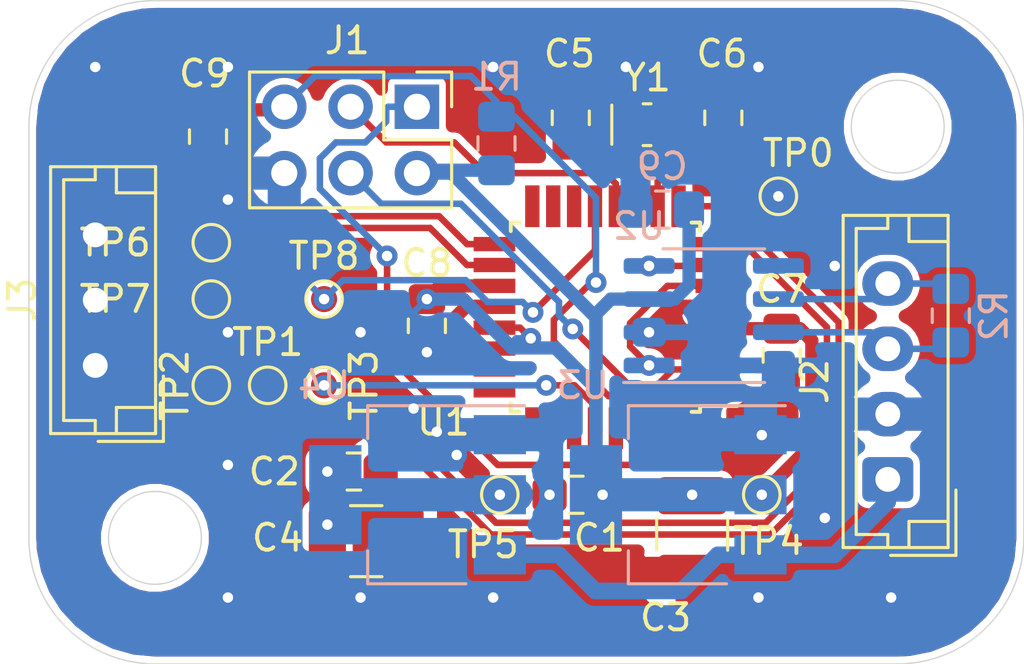
<source format=kicad_pcb>
(kicad_pcb (version 20171130) (host pcbnew "(5.1.4)-1")

  (general
    (thickness 1.6)
    (drawings 12)
    (tracks 210)
    (zones 0)
    (modules 29)
    (nets 35)
  )

  (page A4)
  (layers
    (0 F.Cu signal)
    (31 B.Cu signal)
    (32 B.Adhes user hide)
    (33 F.Adhes user hide)
    (34 B.Paste user hide)
    (35 F.Paste user hide)
    (36 B.SilkS user)
    (37 F.SilkS user)
    (38 B.Mask user hide)
    (39 F.Mask user hide)
    (40 Dwgs.User user hide)
    (41 Cmts.User user hide)
    (42 Eco1.User user hide)
    (43 Eco2.User user hide)
    (44 Edge.Cuts user)
    (45 Margin user hide)
    (46 B.CrtYd user)
    (47 F.CrtYd user hide)
    (48 B.Fab user hide)
    (49 F.Fab user hide)
  )

  (setup
    (last_trace_width 0.25)
    (user_trace_width 0.508)
    (user_trace_width 0.635)
    (user_trace_width 1.27)
    (trace_clearance 0.2)
    (zone_clearance 0.254)
    (zone_45_only no)
    (trace_min 0.2286)
    (via_size 0.8)
    (via_drill 0.4)
    (via_min_size 0.2286)
    (via_min_drill 0.3)
    (uvia_size 0.3)
    (uvia_drill 0.1)
    (uvias_allowed no)
    (uvia_min_size 0.2)
    (uvia_min_drill 0.1)
    (edge_width 0.05)
    (segment_width 0.2)
    (pcb_text_width 0.3)
    (pcb_text_size 1.5 1.5)
    (mod_edge_width 0.12)
    (mod_text_size 1 1)
    (mod_text_width 0.15)
    (pad_size 1.524 1.524)
    (pad_drill 0.762)
    (pad_to_mask_clearance 0.051)
    (solder_mask_min_width 0.25)
    (aux_axis_origin 0 0)
    (visible_elements 7FFFFFFF)
    (pcbplotparams
      (layerselection 0x010fc_ffffffff)
      (usegerberextensions false)
      (usegerberattributes false)
      (usegerberadvancedattributes false)
      (creategerberjobfile false)
      (excludeedgelayer true)
      (linewidth 0.100000)
      (plotframeref false)
      (viasonmask false)
      (mode 1)
      (useauxorigin false)
      (hpglpennumber 1)
      (hpglpenspeed 20)
      (hpglpendiameter 15.000000)
      (psnegative false)
      (psa4output false)
      (plotreference true)
      (plotvalue true)
      (plotinvisibletext false)
      (padsonsilk false)
      (subtractmaskfromsilk false)
      (outputformat 1)
      (mirror false)
      (drillshape 0)
      (scaleselection 1)
      (outputdirectory "./"))
  )

  (net 0 "")
  (net 1 "Net-(U1-Pad32)")
  (net 2 "Net-(U1-Pad30)")
  (net 3 "Net-(U1-Pad29)")
  (net 4 "Net-(U1-Pad27)")
  (net 5 "Net-(U1-Pad26)")
  (net 6 "Net-(U1-Pad25)")
  (net 7 "Net-(U1-Pad24)")
  (net 8 "Net-(U1-Pad23)")
  (net 9 "Net-(U1-Pad22)")
  (net 10 Earth)
  (net 11 +5V)
  (net 12 "Net-(U1-Pad16)")
  (net 13 "Net-(U1-Pad15)")
  (net 14 "Net-(U1-Pad14)")
  (net 15 "Net-(U1-Pad3)")
  (net 16 CANH)
  (net 17 CANL)
  (net 18 "Net-(U2-Pad5)")
  (net 19 UIN)
  (net 20 +3V3)
  (net 21 /XTAL2)
  (net 22 /XTAL1)
  (net 23 /RESET)
  (net 24 /MOSI_A)
  (net 25 /SCK_A)
  (net 26 /MISO_A)
  (net 27 /CANRX)
  (net 28 /CANTX)
  (net 29 /SCK)
  (net 30 /AMP1+)
  (net 31 /AMP1-)
  (net 32 /MOSI)
  (net 33 /MISO)
  (net 34 OUTPUT+)

  (net_class Default "This is the default net class."
    (clearance 0.2)
    (trace_width 0.25)
    (via_dia 0.8)
    (via_drill 0.4)
    (uvia_dia 0.3)
    (uvia_drill 0.1)
    (add_net +3V3)
    (add_net +5V)
    (add_net /AMP1+)
    (add_net /AMP1-)
    (add_net /CANRX)
    (add_net /CANTX)
    (add_net /MISO)
    (add_net /MISO_A)
    (add_net /MOSI)
    (add_net /MOSI_A)
    (add_net /RESET)
    (add_net /SCK)
    (add_net /SCK_A)
    (add_net /XTAL1)
    (add_net /XTAL2)
    (add_net CANH)
    (add_net CANL)
    (add_net Earth)
    (add_net "Net-(U1-Pad14)")
    (add_net "Net-(U1-Pad15)")
    (add_net "Net-(U1-Pad16)")
    (add_net "Net-(U1-Pad22)")
    (add_net "Net-(U1-Pad23)")
    (add_net "Net-(U1-Pad24)")
    (add_net "Net-(U1-Pad25)")
    (add_net "Net-(U1-Pad26)")
    (add_net "Net-(U1-Pad27)")
    (add_net "Net-(U1-Pad29)")
    (add_net "Net-(U1-Pad3)")
    (add_net "Net-(U1-Pad30)")
    (add_net "Net-(U1-Pad32)")
    (add_net "Net-(U2-Pad5)")
    (add_net OUTPUT+)
    (add_net UIN)
  )

  (module Connector_JST:JST_EH_B3B-EH-A_1x03_P2.50mm_Vertical (layer F.Cu) (tedit 5C28142C) (tstamp 5E3A2255)
    (at 15.24 26.67 90)
    (descr "JST EH series connector, B3B-EH-A (http://www.jst-mfg.com/product/pdf/eng/eEH.pdf), generated with kicad-footprint-generator")
    (tags "connector JST EH vertical")
    (path /5E3A0654)
    (fp_text reference J3 (at 2.5 -2.8 90) (layer F.SilkS)
      (effects (font (size 1 1) (thickness 0.15)))
    )
    (fp_text value Conn_01x03_Male (at 2.5 3.4 90) (layer F.Fab)
      (effects (font (size 1 1) (thickness 0.15)))
    )
    (fp_text user %R (at 2.5 1.5 90) (layer F.Fab)
      (effects (font (size 1 1) (thickness 0.15)))
    )
    (fp_line (start -2.91 2.61) (end -0.41 2.61) (layer F.Fab) (width 0.1))
    (fp_line (start -2.91 0.11) (end -2.91 2.61) (layer F.Fab) (width 0.1))
    (fp_line (start -2.91 2.61) (end -0.41 2.61) (layer F.SilkS) (width 0.12))
    (fp_line (start -2.91 0.11) (end -2.91 2.61) (layer F.SilkS) (width 0.12))
    (fp_line (start 6.61 0.81) (end 6.61 2.31) (layer F.SilkS) (width 0.12))
    (fp_line (start 7.61 0.81) (end 6.61 0.81) (layer F.SilkS) (width 0.12))
    (fp_line (start -1.61 0.81) (end -1.61 2.31) (layer F.SilkS) (width 0.12))
    (fp_line (start -2.61 0.81) (end -1.61 0.81) (layer F.SilkS) (width 0.12))
    (fp_line (start 7.11 0) (end 7.61 0) (layer F.SilkS) (width 0.12))
    (fp_line (start 7.11 -1.21) (end 7.11 0) (layer F.SilkS) (width 0.12))
    (fp_line (start -2.11 -1.21) (end 7.11 -1.21) (layer F.SilkS) (width 0.12))
    (fp_line (start -2.11 0) (end -2.11 -1.21) (layer F.SilkS) (width 0.12))
    (fp_line (start -2.61 0) (end -2.11 0) (layer F.SilkS) (width 0.12))
    (fp_line (start 7.61 -1.71) (end -2.61 -1.71) (layer F.SilkS) (width 0.12))
    (fp_line (start 7.61 2.31) (end 7.61 -1.71) (layer F.SilkS) (width 0.12))
    (fp_line (start -2.61 2.31) (end 7.61 2.31) (layer F.SilkS) (width 0.12))
    (fp_line (start -2.61 -1.71) (end -2.61 2.31) (layer F.SilkS) (width 0.12))
    (fp_line (start 8 -2.1) (end -3 -2.1) (layer F.CrtYd) (width 0.05))
    (fp_line (start 8 2.7) (end 8 -2.1) (layer F.CrtYd) (width 0.05))
    (fp_line (start -3 2.7) (end 8 2.7) (layer F.CrtYd) (width 0.05))
    (fp_line (start -3 -2.1) (end -3 2.7) (layer F.CrtYd) (width 0.05))
    (fp_line (start 7.5 -1.6) (end -2.5 -1.6) (layer F.Fab) (width 0.1))
    (fp_line (start 7.5 2.2) (end 7.5 -1.6) (layer F.Fab) (width 0.1))
    (fp_line (start -2.5 2.2) (end 7.5 2.2) (layer F.Fab) (width 0.1))
    (fp_line (start -2.5 -1.6) (end -2.5 2.2) (layer F.Fab) (width 0.1))
    (pad 3 thru_hole oval (at 5 0 90) (size 1.7 1.95) (drill 0.95) (layers *.Cu *.Mask)
      (net 34 OUTPUT+))
    (pad 2 thru_hole oval (at 2.5 0 90) (size 1.7 1.95) (drill 0.95) (layers *.Cu *.Mask)
      (net 10 Earth))
    (pad 1 thru_hole roundrect (at 0 0 90) (size 1.7 1.95) (drill 0.95) (layers *.Cu *.Mask) (roundrect_rratio 0.147059)
      (net 11 +5V))
    (model ${KISYS3DMOD}/Connector_JST.3dshapes/JST_EH_B3B-EH-A_1x03_P2.50mm_Vertical.wrl
      (at (xyz 0 0 0))
      (scale (xyz 1 1 1))
      (rotate (xyz 0 0 0))
    )
  )

  (module Crystal:Crystal_SMD_MicroCrystal_CC8V-T1A-2Pin_2.0x1.2mm (layer F.Cu) (tedit 5D24C0DC) (tstamp 5E2BC9A7)
    (at 36.3728 17.4498)
    (descr "SMD Crystal MicroCrystal CC8V-T1A/CM8V-T1A series https://www.microcrystal.com/fileadmin/Media/Products/32kHz/Datasheet/CC8V-T1A.pdf, 2.0x1.2mm^2 package")
    (tags "SMD SMT crystal")
    (path /5E2084F5)
    (attr smd)
    (fp_text reference Y1 (at 0 -1.8) (layer F.SilkS)
      (effects (font (size 1 1) (thickness 0.15)))
    )
    (fp_text value Crystal (at 0 1.8) (layer F.Fab)
      (effects (font (size 1 1) (thickness 0.15)))
    )
    (fp_line (start 1.4 -1) (end -1.4 -1) (layer F.CrtYd) (width 0.05))
    (fp_line (start 1.4 1) (end 1.4 -1) (layer F.CrtYd) (width 0.05))
    (fp_line (start -1.4 1) (end 1.4 1) (layer F.CrtYd) (width 0.05))
    (fp_line (start -1.4 -1) (end -1.4 1) (layer F.CrtYd) (width 0.05))
    (fp_line (start -1.35 -0.75) (end -1.35 0.75) (layer F.SilkS) (width 0.12))
    (fp_line (start -0.15 0.8) (end 0.15 0.8) (layer F.SilkS) (width 0.12))
    (fp_line (start -0.15 -0.8) (end 0.15 -0.8) (layer F.SilkS) (width 0.12))
    (fp_line (start -1 0.1) (end -0.5 0.6) (layer F.Fab) (width 0.1))
    (fp_line (start 1 -0.6) (end -1 -0.6) (layer F.Fab) (width 0.1))
    (fp_line (start 1 0.6) (end 1 -0.6) (layer F.Fab) (width 0.1))
    (fp_line (start -1 0.6) (end 1 0.6) (layer F.Fab) (width 0.1))
    (fp_line (start -1 -0.6) (end -1 0.6) (layer F.Fab) (width 0.1))
    (fp_text user %R (at 0 0) (layer F.Fab)
      (effects (font (size 0.5 0.5) (thickness 0.075)))
    )
    (pad 2 smd rect (at 0.75 0) (size 0.8 1.5) (layers F.Cu F.Paste F.Mask)
      (net 22 /XTAL1))
    (pad 1 smd rect (at -0.75 0) (size 0.8 1.5) (layers F.Cu F.Paste F.Mask)
      (net 21 /XTAL2))
    (model ${KISYS3DMOD}/Crystal.3dshapes/Crystal_SMD_MicroCrystal_CC8V-T1A-2Pin_2.0x1.2mm.wrl
      (at (xyz 0 0 0))
      (scale (xyz 1 1 1))
      (rotate (xyz 0 0 0))
    )
  )

  (module Connector_JST:JST_EH_B4B-EH-A_1x04_P2.50mm_Vertical (layer F.Cu) (tedit 5C28142C) (tstamp 5E2BCA00)
    (at 45.593 31.035 90)
    (descr "JST EH series connector, B4B-EH-A (http://www.jst-mfg.com/product/pdf/eng/eEH.pdf), generated with kicad-footprint-generator")
    (tags "connector JST EH vertical")
    (path /5E2C44CB)
    (fp_text reference J2 (at 3.75 -2.8 90) (layer F.SilkS)
      (effects (font (size 1 1) (thickness 0.15)))
    )
    (fp_text value Conn_01x04_Male (at 3.75 3.4 90) (layer F.Fab)
      (effects (font (size 1 1) (thickness 0.15)))
    )
    (fp_text user %R (at 3.75 1.5 90) (layer F.Fab)
      (effects (font (size 1 1) (thickness 0.15)))
    )
    (fp_line (start -2.91 2.61) (end -0.41 2.61) (layer F.Fab) (width 0.1))
    (fp_line (start -2.91 0.11) (end -2.91 2.61) (layer F.Fab) (width 0.1))
    (fp_line (start -2.91 2.61) (end -0.41 2.61) (layer F.SilkS) (width 0.12))
    (fp_line (start -2.91 0.11) (end -2.91 2.61) (layer F.SilkS) (width 0.12))
    (fp_line (start 9.11 0.81) (end 9.11 2.31) (layer F.SilkS) (width 0.12))
    (fp_line (start 10.11 0.81) (end 9.11 0.81) (layer F.SilkS) (width 0.12))
    (fp_line (start -1.61 0.81) (end -1.61 2.31) (layer F.SilkS) (width 0.12))
    (fp_line (start -2.61 0.81) (end -1.61 0.81) (layer F.SilkS) (width 0.12))
    (fp_line (start 9.61 0) (end 10.11 0) (layer F.SilkS) (width 0.12))
    (fp_line (start 9.61 -1.21) (end 9.61 0) (layer F.SilkS) (width 0.12))
    (fp_line (start -2.11 -1.21) (end 9.61 -1.21) (layer F.SilkS) (width 0.12))
    (fp_line (start -2.11 0) (end -2.11 -1.21) (layer F.SilkS) (width 0.12))
    (fp_line (start -2.61 0) (end -2.11 0) (layer F.SilkS) (width 0.12))
    (fp_line (start 10.11 -1.71) (end -2.61 -1.71) (layer F.SilkS) (width 0.12))
    (fp_line (start 10.11 2.31) (end 10.11 -1.71) (layer F.SilkS) (width 0.12))
    (fp_line (start -2.61 2.31) (end 10.11 2.31) (layer F.SilkS) (width 0.12))
    (fp_line (start -2.61 -1.71) (end -2.61 2.31) (layer F.SilkS) (width 0.12))
    (fp_line (start 10.5 -2.1) (end -3 -2.1) (layer F.CrtYd) (width 0.05))
    (fp_line (start 10.5 2.7) (end 10.5 -2.1) (layer F.CrtYd) (width 0.05))
    (fp_line (start -3 2.7) (end 10.5 2.7) (layer F.CrtYd) (width 0.05))
    (fp_line (start -3 -2.1) (end -3 2.7) (layer F.CrtYd) (width 0.05))
    (fp_line (start 10 -1.6) (end -2.5 -1.6) (layer F.Fab) (width 0.1))
    (fp_line (start 10 2.2) (end 10 -1.6) (layer F.Fab) (width 0.1))
    (fp_line (start -2.5 2.2) (end 10 2.2) (layer F.Fab) (width 0.1))
    (fp_line (start -2.5 -1.6) (end -2.5 2.2) (layer F.Fab) (width 0.1))
    (pad 4 thru_hole oval (at 7.5 0 90) (size 1.7 1.95) (drill 0.95) (layers *.Cu *.Mask)
      (net 17 CANL))
    (pad 3 thru_hole oval (at 5 0 90) (size 1.7 1.95) (drill 0.95) (layers *.Cu *.Mask)
      (net 16 CANH))
    (pad 2 thru_hole oval (at 2.5 0 90) (size 1.7 1.95) (drill 0.95) (layers *.Cu *.Mask)
      (net 10 Earth))
    (pad 1 thru_hole roundrect (at 0 0 90) (size 1.7 1.95) (drill 0.95) (layers *.Cu *.Mask) (roundrect_rratio 0.147059)
      (net 19 UIN))
    (model ${KISYS3DMOD}/Connector_JST.3dshapes/JST_EH_B4B-EH-A_1x04_P2.50mm_Vertical.wrl
      (at (xyz 0 0 0))
      (scale (xyz 1 1 1))
      (rotate (xyz 0 0 0))
    )
  )

  (module Capacitor_SMD:C_0805_2012Metric_Pad1.15x1.40mm_HandSolder (layer B.Cu) (tedit 5B36C52B) (tstamp 5E34CCA2)
    (at 36.957 20.701 180)
    (descr "Capacitor SMD 0805 (2012 Metric), square (rectangular) end terminal, IPC_7351 nominal with elongated pad for handsoldering. (Body size source: https://docs.google.com/spreadsheets/d/1BsfQQcO9C6DZCsRaXUlFlo91Tg2WpOkGARC1WS5S8t0/edit?usp=sharing), generated with kicad-footprint-generator")
    (tags "capacitor handsolder")
    (path /5E352D2F)
    (attr smd)
    (fp_text reference C9 (at 0 1.65) (layer B.SilkS)
      (effects (font (size 1 1) (thickness 0.15)) (justify mirror))
    )
    (fp_text value 100n (at 0 -1.65) (layer B.Fab)
      (effects (font (size 1 1) (thickness 0.15)) (justify mirror))
    )
    (fp_text user %R (at 0 0) (layer B.Fab)
      (effects (font (size 0.5 0.5) (thickness 0.08)) (justify mirror))
    )
    (fp_line (start 1.85 -0.95) (end -1.85 -0.95) (layer B.CrtYd) (width 0.05))
    (fp_line (start 1.85 0.95) (end 1.85 -0.95) (layer B.CrtYd) (width 0.05))
    (fp_line (start -1.85 0.95) (end 1.85 0.95) (layer B.CrtYd) (width 0.05))
    (fp_line (start -1.85 -0.95) (end -1.85 0.95) (layer B.CrtYd) (width 0.05))
    (fp_line (start -0.261252 -0.71) (end 0.261252 -0.71) (layer B.SilkS) (width 0.12))
    (fp_line (start -0.261252 0.71) (end 0.261252 0.71) (layer B.SilkS) (width 0.12))
    (fp_line (start 1 -0.6) (end -1 -0.6) (layer B.Fab) (width 0.1))
    (fp_line (start 1 0.6) (end 1 -0.6) (layer B.Fab) (width 0.1))
    (fp_line (start -1 0.6) (end 1 0.6) (layer B.Fab) (width 0.1))
    (fp_line (start -1 -0.6) (end -1 0.6) (layer B.Fab) (width 0.1))
    (pad 2 smd roundrect (at 1.025 0 180) (size 1.15 1.4) (layers B.Cu B.Paste B.Mask) (roundrect_rratio 0.217391)
      (net 10 Earth))
    (pad 1 smd roundrect (at -1.025 0 180) (size 1.15 1.4) (layers B.Cu B.Paste B.Mask) (roundrect_rratio 0.217391)
      (net 11 +5V))
    (model ${KISYS3DMOD}/Capacitor_SMD.3dshapes/C_0805_2012Metric.wrl
      (at (xyz 0 0 0))
      (scale (xyz 1 1 1))
      (rotate (xyz 0 0 0))
    )
  )

  (module Resistor_SMD:R_0805_2012Metric_Pad1.15x1.40mm_HandSolder (layer B.Cu) (tedit 5B36C52B) (tstamp 5E2C95E4)
    (at 48.006 24.765 90)
    (descr "Resistor SMD 0805 (2012 Metric), square (rectangular) end terminal, IPC_7351 nominal with elongated pad for handsoldering. (Body size source: https://docs.google.com/spreadsheets/d/1BsfQQcO9C6DZCsRaXUlFlo91Tg2WpOkGARC1WS5S8t0/edit?usp=sharing), generated with kicad-footprint-generator")
    (tags "resistor handsolder")
    (path /5E2D33A5)
    (attr smd)
    (fp_text reference R2 (at 0 1.65 270) (layer B.SilkS)
      (effects (font (size 1 1) (thickness 0.15)) (justify mirror))
    )
    (fp_text value 120 (at 0 -1.65 270) (layer B.Fab)
      (effects (font (size 1 1) (thickness 0.15)) (justify mirror))
    )
    (fp_text user %R (at 0 0 270) (layer B.Fab)
      (effects (font (size 0.5 0.5) (thickness 0.08)) (justify mirror))
    )
    (fp_line (start 1.85 -0.95) (end -1.85 -0.95) (layer B.CrtYd) (width 0.05))
    (fp_line (start 1.85 0.95) (end 1.85 -0.95) (layer B.CrtYd) (width 0.05))
    (fp_line (start -1.85 0.95) (end 1.85 0.95) (layer B.CrtYd) (width 0.05))
    (fp_line (start -1.85 -0.95) (end -1.85 0.95) (layer B.CrtYd) (width 0.05))
    (fp_line (start -0.261252 -0.71) (end 0.261252 -0.71) (layer B.SilkS) (width 0.12))
    (fp_line (start -0.261252 0.71) (end 0.261252 0.71) (layer B.SilkS) (width 0.12))
    (fp_line (start 1 -0.6) (end -1 -0.6) (layer B.Fab) (width 0.1))
    (fp_line (start 1 0.6) (end 1 -0.6) (layer B.Fab) (width 0.1))
    (fp_line (start -1 0.6) (end 1 0.6) (layer B.Fab) (width 0.1))
    (fp_line (start -1 -0.6) (end -1 0.6) (layer B.Fab) (width 0.1))
    (pad 2 smd roundrect (at 1.025 0 90) (size 1.15 1.4) (layers B.Cu B.Paste B.Mask) (roundrect_rratio 0.217391)
      (net 17 CANL))
    (pad 1 smd roundrect (at -1.025 0 90) (size 1.15 1.4) (layers B.Cu B.Paste B.Mask) (roundrect_rratio 0.217391)
      (net 16 CANH))
    (model ${KISYS3DMOD}/Resistor_SMD.3dshapes/R_0805_2012Metric.wrl
      (at (xyz 0 0 0))
      (scale (xyz 1 1 1))
      (rotate (xyz 0 0 0))
    )
  )

  (module Package_TO_SOT_SMD:SOT-223-3_TabPin2 (layer B.Cu) (tedit 5A02FF57) (tstamp 5E2BC966)
    (at 37.567 31.623 180)
    (descr "module CMS SOT223 4 pins")
    (tags "CMS SOT")
    (path /5E2873C8)
    (attr smd)
    (fp_text reference U3 (at 3.658 4.191) (layer B.SilkS)
      (effects (font (size 1 1) (thickness 0.15)) (justify mirror))
    )
    (fp_text value NCP1117-5V (at 0 -4.5) (layer B.Fab)
      (effects (font (size 1 1) (thickness 0.15)) (justify mirror))
    )
    (fp_line (start 1.85 3.35) (end 1.85 -3.35) (layer B.Fab) (width 0.1))
    (fp_line (start -1.85 -3.35) (end 1.85 -3.35) (layer B.Fab) (width 0.1))
    (fp_line (start -4.1 3.41) (end 1.91 3.41) (layer B.SilkS) (width 0.12))
    (fp_line (start -0.85 3.35) (end 1.85 3.35) (layer B.Fab) (width 0.1))
    (fp_line (start -1.85 -3.41) (end 1.91 -3.41) (layer B.SilkS) (width 0.12))
    (fp_line (start -1.85 2.35) (end -1.85 -3.35) (layer B.Fab) (width 0.1))
    (fp_line (start -1.85 2.35) (end -0.85 3.35) (layer B.Fab) (width 0.1))
    (fp_line (start -4.4 3.6) (end -4.4 -3.6) (layer B.CrtYd) (width 0.05))
    (fp_line (start -4.4 -3.6) (end 4.4 -3.6) (layer B.CrtYd) (width 0.05))
    (fp_line (start 4.4 -3.6) (end 4.4 3.6) (layer B.CrtYd) (width 0.05))
    (fp_line (start 4.4 3.6) (end -4.4 3.6) (layer B.CrtYd) (width 0.05))
    (fp_line (start 1.91 3.41) (end 1.91 2.15) (layer B.SilkS) (width 0.12))
    (fp_line (start 1.91 -3.41) (end 1.91 -2.15) (layer B.SilkS) (width 0.12))
    (fp_text user %R (at 0 0 270) (layer B.Fab)
      (effects (font (size 0.8 0.8) (thickness 0.12)) (justify mirror))
    )
    (pad 1 smd rect (at -3.15 2.3 180) (size 2 1.5) (layers B.Cu B.Paste B.Mask)
      (net 10 Earth))
    (pad 3 smd rect (at -3.15 -2.3 180) (size 2 1.5) (layers B.Cu B.Paste B.Mask)
      (net 19 UIN))
    (pad 2 smd rect (at -3.15 0 180) (size 2 1.5) (layers B.Cu B.Paste B.Mask)
      (net 11 +5V))
    (pad 2 smd rect (at 3.15 0 180) (size 2 3.8) (layers B.Cu B.Paste B.Mask)
      (net 11 +5V))
    (model ${KISYS3DMOD}/Package_TO_SOT_SMD.3dshapes/SOT-223.wrl
      (at (xyz 0 0 0))
      (scale (xyz 1 1 1))
      (rotate (xyz 0 0 0))
    )
  )

  (module Package_QFP:TQFP-32_7x7mm_P0.8mm (layer F.Cu) (tedit 5A02F146) (tstamp 5E2BC8E5)
    (at 34.779 24.824 180)
    (descr "32-Lead Plastic Thin Quad Flatpack (PT) - 7x7x1.0 mm Body, 2.00 mm [TQFP] (see Microchip Packaging Specification 00000049BS.pdf)")
    (tags "QFP 0.8")
    (path /5E1F74CB)
    (attr smd)
    (fp_text reference U1 (at 6.204 -4.005) (layer F.SilkS)
      (effects (font (size 1 1) (thickness 0.15)))
    )
    (fp_text value ATmega16M1-AU (at 0 6.05) (layer F.Fab)
      (effects (font (size 1 1) (thickness 0.15)))
    )
    (fp_line (start -3.625 -3.4) (end -5.05 -3.4) (layer F.SilkS) (width 0.15))
    (fp_line (start 3.625 -3.625) (end 3.3 -3.625) (layer F.SilkS) (width 0.15))
    (fp_line (start 3.625 3.625) (end 3.3 3.625) (layer F.SilkS) (width 0.15))
    (fp_line (start -3.625 3.625) (end -3.3 3.625) (layer F.SilkS) (width 0.15))
    (fp_line (start -3.625 -3.625) (end -3.3 -3.625) (layer F.SilkS) (width 0.15))
    (fp_line (start -3.625 3.625) (end -3.625 3.3) (layer F.SilkS) (width 0.15))
    (fp_line (start 3.625 3.625) (end 3.625 3.3) (layer F.SilkS) (width 0.15))
    (fp_line (start 3.625 -3.625) (end 3.625 -3.3) (layer F.SilkS) (width 0.15))
    (fp_line (start -3.625 -3.625) (end -3.625 -3.4) (layer F.SilkS) (width 0.15))
    (fp_line (start -5.3 5.3) (end 5.3 5.3) (layer F.CrtYd) (width 0.05))
    (fp_line (start -5.3 -5.3) (end 5.3 -5.3) (layer F.CrtYd) (width 0.05))
    (fp_line (start 5.3 -5.3) (end 5.3 5.3) (layer F.CrtYd) (width 0.05))
    (fp_line (start -5.3 -5.3) (end -5.3 5.3) (layer F.CrtYd) (width 0.05))
    (fp_line (start -3.5 -2.5) (end -2.5 -3.5) (layer F.Fab) (width 0.15))
    (fp_line (start -3.5 3.5) (end -3.5 -2.5) (layer F.Fab) (width 0.15))
    (fp_line (start 3.5 3.5) (end -3.5 3.5) (layer F.Fab) (width 0.15))
    (fp_line (start 3.5 -3.5) (end 3.5 3.5) (layer F.Fab) (width 0.15))
    (fp_line (start -2.5 -3.5) (end 3.5 -3.5) (layer F.Fab) (width 0.15))
    (fp_text user %R (at 0 0) (layer F.Fab)
      (effects (font (size 1 1) (thickness 0.15)))
    )
    (pad 32 smd rect (at -2.8 -4.25 270) (size 1.6 0.55) (layers F.Cu F.Paste F.Mask)
      (net 1 "Net-(U1-Pad32)"))
    (pad 31 smd rect (at -2 -4.25 270) (size 1.6 0.55) (layers F.Cu F.Paste F.Mask)
      (net 23 /RESET))
    (pad 30 smd rect (at -1.2 -4.25 270) (size 1.6 0.55) (layers F.Cu F.Paste F.Mask)
      (net 2 "Net-(U1-Pad30)"))
    (pad 29 smd rect (at -0.4 -4.25 270) (size 1.6 0.55) (layers F.Cu F.Paste F.Mask)
      (net 3 "Net-(U1-Pad29)"))
    (pad 28 smd rect (at 0.4 -4.25 270) (size 1.6 0.55) (layers F.Cu F.Paste F.Mask)
      (net 29 /SCK))
    (pad 27 smd rect (at 1.2 -4.25 270) (size 1.6 0.55) (layers F.Cu F.Paste F.Mask)
      (net 4 "Net-(U1-Pad27)"))
    (pad 26 smd rect (at 2 -4.25 270) (size 1.6 0.55) (layers F.Cu F.Paste F.Mask)
      (net 5 "Net-(U1-Pad26)"))
    (pad 25 smd rect (at 2.8 -4.25 270) (size 1.6 0.55) (layers F.Cu F.Paste F.Mask)
      (net 6 "Net-(U1-Pad25)"))
    (pad 24 smd rect (at 4.25 -2.8 180) (size 1.6 0.55) (layers F.Cu F.Paste F.Mask)
      (net 7 "Net-(U1-Pad24)"))
    (pad 23 smd rect (at 4.25 -2 180) (size 1.6 0.55) (layers F.Cu F.Paste F.Mask)
      (net 8 "Net-(U1-Pad23)"))
    (pad 22 smd rect (at 4.25 -1.2 180) (size 1.6 0.55) (layers F.Cu F.Paste F.Mask)
      (net 9 "Net-(U1-Pad22)"))
    (pad 21 smd rect (at 4.25 -0.4 180) (size 1.6 0.55) (layers F.Cu F.Paste F.Mask)
      (net 11 +5V))
    (pad 20 smd rect (at 4.25 0.4 180) (size 1.6 0.55) (layers F.Cu F.Paste F.Mask)
      (net 10 Earth))
    (pad 19 smd rect (at 4.25 1.2 180) (size 1.6 0.55) (layers F.Cu F.Paste F.Mask)
      (net 11 +5V))
    (pad 18 smd rect (at 4.25 2 180) (size 1.6 0.55) (layers F.Cu F.Paste F.Mask)
      (net 30 /AMP1+))
    (pad 17 smd rect (at 4.25 2.8 180) (size 1.6 0.55) (layers F.Cu F.Paste F.Mask)
      (net 31 /AMP1-))
    (pad 16 smd rect (at 2.8 4.25 270) (size 1.6 0.55) (layers F.Cu F.Paste F.Mask)
      (net 12 "Net-(U1-Pad16)"))
    (pad 15 smd rect (at 2 4.25 270) (size 1.6 0.55) (layers F.Cu F.Paste F.Mask)
      (net 13 "Net-(U1-Pad15)"))
    (pad 14 smd rect (at 1.2 4.25 270) (size 1.6 0.55) (layers F.Cu F.Paste F.Mask)
      (net 14 "Net-(U1-Pad14)"))
    (pad 13 smd rect (at 0.4 4.25 270) (size 1.6 0.55) (layers F.Cu F.Paste F.Mask)
      (net 34 OUTPUT+))
    (pad 12 smd rect (at -0.4 4.25 270) (size 1.6 0.55) (layers F.Cu F.Paste F.Mask)
      (net 25 /SCK_A))
    (pad 11 smd rect (at -1.2 4.25 270) (size 1.6 0.55) (layers F.Cu F.Paste F.Mask)
      (net 21 /XTAL2))
    (pad 10 smd rect (at -2 4.25 270) (size 1.6 0.55) (layers F.Cu F.Paste F.Mask)
      (net 22 /XTAL1))
    (pad 9 smd rect (at -2.8 4.25 270) (size 1.6 0.55) (layers F.Cu F.Paste F.Mask)
      (net 32 /MOSI))
    (pad 8 smd rect (at -4.25 2.8 180) (size 1.6 0.55) (layers F.Cu F.Paste F.Mask)
      (net 33 /MISO))
    (pad 7 smd rect (at -4.25 2 180) (size 1.6 0.55) (layers F.Cu F.Paste F.Mask)
      (net 27 /CANRX))
    (pad 6 smd rect (at -4.25 1.2 180) (size 1.6 0.55) (layers F.Cu F.Paste F.Mask)
      (net 28 /CANTX))
    (pad 5 smd rect (at -4.25 0.4 180) (size 1.6 0.55) (layers F.Cu F.Paste F.Mask)
      (net 10 Earth))
    (pad 4 smd rect (at -4.25 -0.4 180) (size 1.6 0.55) (layers F.Cu F.Paste F.Mask)
      (net 11 +5V))
    (pad 3 smd rect (at -4.25 -1.2 180) (size 1.6 0.55) (layers F.Cu F.Paste F.Mask)
      (net 15 "Net-(U1-Pad3)"))
    (pad 2 smd rect (at -4.25 -2 180) (size 1.6 0.55) (layers F.Cu F.Paste F.Mask)
      (net 24 /MOSI_A))
    (pad 1 smd rect (at -4.25 -2.8 180) (size 1.6 0.55) (layers F.Cu F.Paste F.Mask)
      (net 26 /MISO_A))
    (model ${KISYS3DMOD}/Package_QFP.3dshapes/TQFP-32_7x7mm_P0.8mm.wrl
      (at (xyz 0 0 0))
      (scale (xyz 1 1 1))
      (rotate (xyz 0 0 0))
    )
  )

  (module TestPoint:TestPoint_Pad_D1.0mm (layer F.Cu) (tedit 5A0F774F) (tstamp 5E2BCAAE)
    (at 24.003 24.13)
    (descr "SMD pad as test Point, diameter 1.0mm")
    (tags "test point SMD pad")
    (path /5E2B9E39)
    (attr virtual)
    (fp_text reference TP8 (at 0 -1.651) (layer F.SilkS)
      (effects (font (size 1 1) (thickness 0.15)))
    )
    (fp_text value TestPoint (at 0 1.55) (layer F.Fab)
      (effects (font (size 1 1) (thickness 0.15)))
    )
    (fp_circle (center 0 0) (end 0 0.7) (layer F.SilkS) (width 0.12))
    (fp_circle (center 0 0) (end 1 0) (layer F.CrtYd) (width 0.05))
    (fp_text user %R (at 0 -1.45) (layer F.Fab)
      (effects (font (size 1 1) (thickness 0.15)))
    )
    (pad 1 smd circle (at 0 0) (size 1 1) (layers F.Cu F.Mask)
      (net 34 OUTPUT+))
  )

  (module Package_SO:SOIC-8_3.9x4.9mm_P1.27mm (layer B.Cu) (tedit 5D9F72B1) (tstamp 5E2BCA75)
    (at 38.927 24.765)
    (descr "SOIC, 8 Pin (JEDEC MS-012AA, https://www.analog.com/media/en/package-pcb-resources/package/pkg_pdf/soic_narrow-r/r_8.pdf), generated with kicad-footprint-generator ipc_gullwing_generator.py")
    (tags "SOIC SO")
    (path /5E22B0D8)
    (attr smd)
    (fp_text reference U2 (at -2.859 -3.429) (layer B.SilkS)
      (effects (font (size 1 1) (thickness 0.15)) (justify mirror))
    )
    (fp_text value TJA1051T (at 0 -3.4) (layer B.Fab)
      (effects (font (size 1 1) (thickness 0.15)) (justify mirror))
    )
    (fp_text user %R (at 0 0) (layer B.Fab)
      (effects (font (size 0.98 0.98) (thickness 0.15)) (justify mirror))
    )
    (fp_line (start 3.7 2.7) (end -3.7 2.7) (layer B.CrtYd) (width 0.05))
    (fp_line (start 3.7 -2.7) (end 3.7 2.7) (layer B.CrtYd) (width 0.05))
    (fp_line (start -3.7 -2.7) (end 3.7 -2.7) (layer B.CrtYd) (width 0.05))
    (fp_line (start -3.7 2.7) (end -3.7 -2.7) (layer B.CrtYd) (width 0.05))
    (fp_line (start -1.95 1.475) (end -0.975 2.45) (layer B.Fab) (width 0.1))
    (fp_line (start -1.95 -2.45) (end -1.95 1.475) (layer B.Fab) (width 0.1))
    (fp_line (start 1.95 -2.45) (end -1.95 -2.45) (layer B.Fab) (width 0.1))
    (fp_line (start 1.95 2.45) (end 1.95 -2.45) (layer B.Fab) (width 0.1))
    (fp_line (start -0.975 2.45) (end 1.95 2.45) (layer B.Fab) (width 0.1))
    (fp_line (start 0 2.56) (end -3.45 2.56) (layer B.SilkS) (width 0.12))
    (fp_line (start 0 2.56) (end 1.95 2.56) (layer B.SilkS) (width 0.12))
    (fp_line (start 0 -2.56) (end -1.95 -2.56) (layer B.SilkS) (width 0.12))
    (fp_line (start 0 -2.56) (end 1.95 -2.56) (layer B.SilkS) (width 0.12))
    (pad 8 smd roundrect (at 2.475 1.905) (size 1.95 0.6) (layers B.Cu B.Paste B.Mask) (roundrect_rratio 0.25)
      (net 10 Earth))
    (pad 7 smd roundrect (at 2.475 0.635) (size 1.95 0.6) (layers B.Cu B.Paste B.Mask) (roundrect_rratio 0.25)
      (net 16 CANH))
    (pad 6 smd roundrect (at 2.475 -0.635) (size 1.95 0.6) (layers B.Cu B.Paste B.Mask) (roundrect_rratio 0.25)
      (net 17 CANL))
    (pad 5 smd roundrect (at 2.475 -1.905) (size 1.95 0.6) (layers B.Cu B.Paste B.Mask) (roundrect_rratio 0.25)
      (net 18 "Net-(U2-Pad5)"))
    (pad 4 smd roundrect (at -2.475 -1.905) (size 1.95 0.6) (layers B.Cu B.Paste B.Mask) (roundrect_rratio 0.25)
      (net 27 /CANRX))
    (pad 3 smd roundrect (at -2.475 -0.635) (size 1.95 0.6) (layers B.Cu B.Paste B.Mask) (roundrect_rratio 0.25)
      (net 11 +5V))
    (pad 2 smd roundrect (at -2.475 0.635) (size 1.95 0.6) (layers B.Cu B.Paste B.Mask) (roundrect_rratio 0.25)
      (net 10 Earth))
    (pad 1 smd roundrect (at -2.475 1.905) (size 1.95 0.6) (layers B.Cu B.Paste B.Mask) (roundrect_rratio 0.25)
      (net 28 /CANTX))
    (model ${KISYS3DMOD}/Package_SO.3dshapes/SOIC-8_3.9x4.9mm_P1.27mm.wrl
      (at (xyz 0 0 0))
      (scale (xyz 1 1 1))
      (rotate (xyz 0 0 0))
    )
  )

  (module Capacitor_SMD:C_1210_3225Metric_Pad1.42x2.65mm_HandSolder (layer F.Cu) (tedit 5B301BBE) (tstamp 5E2BC88F)
    (at 38.1 33.147 270)
    (descr "Capacitor SMD 1210 (3225 Metric), square (rectangular) end terminal, IPC_7351 nominal with elongated pad for handsoldering. (Body size source: http://www.tortai-tech.com/upload/download/2011102023233369053.pdf), generated with kicad-footprint-generator")
    (tags "capacitor handsolder")
    (path /5E30557A)
    (attr smd)
    (fp_text reference C3 (at 3.175 1.016) (layer F.SilkS)
      (effects (font (size 1 1) (thickness 0.15)))
    )
    (fp_text value 100u (at 0 5.2 270) (layer F.Fab)
      (effects (font (size 1 1) (thickness 0.15)))
    )
    (fp_text user %R (at 0 0 270) (layer F.Fab)
      (effects (font (size 1 1) (thickness 0.15)))
    )
    (fp_line (start 2.45 1.58) (end -2.45 1.58) (layer F.CrtYd) (width 0.05))
    (fp_line (start 2.45 -1.58) (end 2.45 1.58) (layer F.CrtYd) (width 0.05))
    (fp_line (start -2.45 -1.58) (end 2.45 -1.58) (layer F.CrtYd) (width 0.05))
    (fp_line (start -2.45 1.58) (end -2.45 -1.58) (layer F.CrtYd) (width 0.05))
    (fp_line (start -0.602064 1.36) (end 0.602064 1.36) (layer F.SilkS) (width 0.12))
    (fp_line (start -0.602064 -1.36) (end 0.602064 -1.36) (layer F.SilkS) (width 0.12))
    (fp_line (start 1.6 1.25) (end -1.6 1.25) (layer F.Fab) (width 0.1))
    (fp_line (start 1.6 -1.25) (end 1.6 1.25) (layer F.Fab) (width 0.1))
    (fp_line (start -1.6 -1.25) (end 1.6 -1.25) (layer F.Fab) (width 0.1))
    (fp_line (start -1.6 1.25) (end -1.6 -1.25) (layer F.Fab) (width 0.1))
    (pad 2 smd roundrect (at 1.4875 0 270) (size 1.425 2.65) (layers F.Cu F.Paste F.Mask) (roundrect_rratio 0.175439)
      (net 10 Earth))
    (pad 1 smd roundrect (at -1.4875 0 270) (size 1.425 2.65) (layers F.Cu F.Paste F.Mask) (roundrect_rratio 0.175439)
      (net 11 +5V))
    (model ${KISYS3DMOD}/Capacitor_SMD.3dshapes/C_1210_3225Metric.wrl
      (at (xyz 0 0 0))
      (scale (xyz 1 1 1))
      (rotate (xyz 0 0 0))
    )
  )

  (module Capacitor_SMD:C_1210_3225Metric_Pad1.42x2.65mm_HandSolder (layer F.Cu) (tedit 5B301BBE) (tstamp 5E2BC85F)
    (at 25.6175 33.401)
    (descr "Capacitor SMD 1210 (3225 Metric), square (rectangular) end terminal, IPC_7351 nominal with elongated pad for handsoldering. (Body size source: http://www.tortai-tech.com/upload/download/2011102023233369053.pdf), generated with kicad-footprint-generator")
    (tags "capacitor handsolder")
    (path /5E28D173)
    (attr smd)
    (fp_text reference C4 (at -3.3925 -0.127) (layer F.SilkS)
      (effects (font (size 1 1) (thickness 0.15)))
    )
    (fp_text value 100u (at 0 5.2) (layer F.Fab)
      (effects (font (size 1 1) (thickness 0.15)))
    )
    (fp_text user %R (at 0 0) (layer F.Fab)
      (effects (font (size 1 1) (thickness 0.15)))
    )
    (fp_line (start 2.45 1.58) (end -2.45 1.58) (layer F.CrtYd) (width 0.05))
    (fp_line (start 2.45 -1.58) (end 2.45 1.58) (layer F.CrtYd) (width 0.05))
    (fp_line (start -2.45 -1.58) (end 2.45 -1.58) (layer F.CrtYd) (width 0.05))
    (fp_line (start -2.45 1.58) (end -2.45 -1.58) (layer F.CrtYd) (width 0.05))
    (fp_line (start -0.602064 1.36) (end 0.602064 1.36) (layer F.SilkS) (width 0.12))
    (fp_line (start -0.602064 -1.36) (end 0.602064 -1.36) (layer F.SilkS) (width 0.12))
    (fp_line (start 1.6 1.25) (end -1.6 1.25) (layer F.Fab) (width 0.1))
    (fp_line (start 1.6 -1.25) (end 1.6 1.25) (layer F.Fab) (width 0.1))
    (fp_line (start -1.6 -1.25) (end 1.6 -1.25) (layer F.Fab) (width 0.1))
    (fp_line (start -1.6 1.25) (end -1.6 -1.25) (layer F.Fab) (width 0.1))
    (pad 2 smd roundrect (at 1.4875 0) (size 1.425 2.65) (layers F.Cu F.Paste F.Mask) (roundrect_rratio 0.175439)
      (net 10 Earth))
    (pad 1 smd roundrect (at -1.4875 0) (size 1.425 2.65) (layers F.Cu F.Paste F.Mask) (roundrect_rratio 0.175439)
      (net 20 +3V3))
    (model ${KISYS3DMOD}/Capacitor_SMD.3dshapes/C_1210_3225Metric.wrl
      (at (xyz 0 0 0))
      (scale (xyz 1 1 1))
      (rotate (xyz 0 0 0))
    )
  )

  (module TestPoint:TestPoint_Pad_D1.0mm (layer F.Cu) (tedit 5A0F774F) (tstamp 5E2BC841)
    (at 19.685 24.13 270)
    (descr "SMD pad as test Point, diameter 1.0mm")
    (tags "test point SMD pad")
    (path /5E2B528C)
    (attr virtual)
    (fp_text reference TP7 (at 0 3.683 180) (layer F.SilkS)
      (effects (font (size 1 1) (thickness 0.15)))
    )
    (fp_text value TestPoint (at 0 1.55 90) (layer F.Fab)
      (effects (font (size 1 1) (thickness 0.15)))
    )
    (fp_circle (center 0 0) (end 0 0.7) (layer F.SilkS) (width 0.12))
    (fp_circle (center 0 0) (end 1 0) (layer F.CrtYd) (width 0.05))
    (fp_text user %R (at 0 -1.45 90) (layer F.Fab)
      (effects (font (size 1 1) (thickness 0.15)))
    )
    (pad 1 smd circle (at 0 0 270) (size 1 1) (layers F.Cu F.Mask)
      (net 30 /AMP1+))
  )

  (module TestPoint:TestPoint_Pad_D1.0mm (layer F.Cu) (tedit 5A0F774F) (tstamp 5E2BC82C)
    (at 19.685 21.971 270)
    (descr "SMD pad as test Point, diameter 1.0mm")
    (tags "test point SMD pad")
    (path /5E2B7555)
    (attr virtual)
    (fp_text reference TP6 (at 0 3.683 180) (layer F.SilkS)
      (effects (font (size 1 1) (thickness 0.15)))
    )
    (fp_text value TestPoint (at 0 1.55 90) (layer F.Fab)
      (effects (font (size 1 1) (thickness 0.15)))
    )
    (fp_circle (center 0 0) (end 0 0.7) (layer F.SilkS) (width 0.12))
    (fp_circle (center 0 0) (end 1 0) (layer F.CrtYd) (width 0.05))
    (fp_text user %R (at 0 -1.45 90) (layer F.Fab)
      (effects (font (size 1 1) (thickness 0.15)))
    )
    (pad 1 smd circle (at 0 0 270) (size 1 1) (layers F.Cu F.Mask)
      (net 31 /AMP1-))
  )

  (module TestPoint:TestPoint_Pad_D1.0mm (layer F.Cu) (tedit 5A0F774F) (tstamp 5E2BC817)
    (at 30.734 31.623)
    (descr "SMD pad as test Point, diameter 1.0mm")
    (tags "test point SMD pad")
    (path /5E2B2B6B)
    (attr virtual)
    (fp_text reference TP5 (at -0.635 1.905) (layer F.SilkS)
      (effects (font (size 1 1) (thickness 0.15)))
    )
    (fp_text value TestPoint (at 0 1.55) (layer F.Fab)
      (effects (font (size 1 1) (thickness 0.15)))
    )
    (fp_circle (center 0 0) (end 0 0.7) (layer F.SilkS) (width 0.12))
    (fp_circle (center 0 0) (end 1 0) (layer F.CrtYd) (width 0.05))
    (fp_text user %R (at 0 -1.45) (layer F.Fab)
      (effects (font (size 1 1) (thickness 0.15)))
    )
    (pad 1 smd circle (at 0 0) (size 1 1) (layers F.Cu F.Mask)
      (net 20 +3V3))
  )

  (module TestPoint:TestPoint_Pad_D1.0mm (layer F.Cu) (tedit 5A0F774F) (tstamp 5E2BCF52)
    (at 40.767 31.623)
    (descr "SMD pad as test Point, diameter 1.0mm")
    (tags "test point SMD pad")
    (path /5E2B0888)
    (attr virtual)
    (fp_text reference TP4 (at 0.254 1.778) (layer F.SilkS)
      (effects (font (size 1 1) (thickness 0.15)))
    )
    (fp_text value TestPoint (at 0 1.55) (layer F.Fab)
      (effects (font (size 1 1) (thickness 0.15)))
    )
    (fp_circle (center 0 0) (end 0 0.7) (layer F.SilkS) (width 0.12))
    (fp_circle (center 0 0) (end 1 0) (layer F.CrtYd) (width 0.05))
    (fp_text user %R (at 0 -1.45) (layer F.Fab)
      (effects (font (size 1 1) (thickness 0.15)))
    )
    (pad 1 smd circle (at 0 0) (size 1 1) (layers F.Cu F.Mask)
      (net 11 +5V))
  )

  (module TestPoint:TestPoint_Pad_D1.0mm (layer F.Cu) (tedit 5A0F774F) (tstamp 5E2BC7ED)
    (at 24.003 27.432)
    (descr "SMD pad as test Point, diameter 1.0mm")
    (tags "test point SMD pad")
    (path /5E2A9D0C)
    (attr virtual)
    (fp_text reference TP3 (at 1.524 0 90) (layer F.SilkS)
      (effects (font (size 1 1) (thickness 0.15)))
    )
    (fp_text value TestPoint (at 0 1.55) (layer F.Fab)
      (effects (font (size 1 1) (thickness 0.15)))
    )
    (fp_circle (center 0 0) (end 0 0.7) (layer F.SilkS) (width 0.12))
    (fp_circle (center 0 0) (end 1 0) (layer F.CrtYd) (width 0.05))
    (fp_text user %R (at 0 -1.45) (layer F.Fab)
      (effects (font (size 1 1) (thickness 0.15)))
    )
    (pad 1 smd circle (at 0 0) (size 1 1) (layers F.Cu F.Mask)
      (net 29 /SCK))
  )

  (module TestPoint:TestPoint_Pad_D1.0mm (layer F.Cu) (tedit 5A0F774F) (tstamp 5E2BC7D8)
    (at 19.685 27.432)
    (descr "SMD pad as test Point, diameter 1.0mm")
    (tags "test point SMD pad")
    (path /5E2A1554)
    (attr virtual)
    (fp_text reference TP2 (at -1.397 0 270) (layer F.SilkS)
      (effects (font (size 1 1) (thickness 0.15)))
    )
    (fp_text value TestPoint (at 0 1.55) (layer F.Fab)
      (effects (font (size 1 1) (thickness 0.15)))
    )
    (fp_circle (center 0 0) (end 0 0.7) (layer F.SilkS) (width 0.12))
    (fp_circle (center 0 0) (end 1 0) (layer F.CrtYd) (width 0.05))
    (fp_text user %R (at 0 -1.45) (layer F.Fab)
      (effects (font (size 1 1) (thickness 0.15)))
    )
    (pad 1 smd circle (at 0 0) (size 1 1) (layers F.Cu F.Mask)
      (net 32 /MOSI))
  )

  (module TestPoint:TestPoint_Pad_D1.0mm (layer F.Cu) (tedit 5A0F774F) (tstamp 5E2BC7C3)
    (at 21.844 27.432)
    (descr "SMD pad as test Point, diameter 1.0mm")
    (tags "test point SMD pad")
    (path /5E2870AC)
    (attr virtual)
    (fp_text reference TP1 (at 0 -1.651 180) (layer F.SilkS)
      (effects (font (size 1 1) (thickness 0.15)))
    )
    (fp_text value TestPoint (at 0 1.55) (layer F.Fab)
      (effects (font (size 1 1) (thickness 0.15)))
    )
    (fp_circle (center 0 0) (end 0 0.7) (layer F.SilkS) (width 0.12))
    (fp_circle (center 0 0) (end 1 0) (layer F.CrtYd) (width 0.05))
    (fp_text user %R (at 0 -1.45) (layer F.Fab)
      (effects (font (size 1 1) (thickness 0.15)))
    )
    (pad 1 smd circle (at 0 0) (size 1 1) (layers F.Cu F.Mask)
      (net 33 /MISO))
  )

  (module TestPoint:TestPoint_Pad_D1.0mm (layer F.Cu) (tedit 5A0F774F) (tstamp 5E2BC7AE)
    (at 41.402 20.193)
    (descr "SMD pad as test Point, diameter 1.0mm")
    (tags "test point SMD pad")
    (path /5E2C6B9A)
    (attr virtual)
    (fp_text reference TP0 (at 0.762 -1.651) (layer F.SilkS)
      (effects (font (size 1 1) (thickness 0.15)))
    )
    (fp_text value TestPoint (at 0 1.55) (layer F.Fab)
      (effects (font (size 1 1) (thickness 0.15)))
    )
    (fp_circle (center 0 0) (end 0 0.7) (layer F.SilkS) (width 0.12))
    (fp_circle (center 0 0) (end 1 0) (layer F.CrtYd) (width 0.05))
    (fp_text user %R (at 0 -1.45) (layer F.Fab)
      (effects (font (size 1 1) (thickness 0.15)))
    )
    (pad 1 smd circle (at 0 0) (size 1 1) (layers F.Cu F.Mask)
      (net 10 Earth))
  )

  (module Resistor_SMD:R_0805_2012Metric_Pad1.15x1.40mm_HandSolder (layer B.Cu) (tedit 5B36C52B) (tstamp 5E2BD252)
    (at 30.607 18.17 90)
    (descr "Resistor SMD 0805 (2012 Metric), square (rectangular) end terminal, IPC_7351 nominal with elongated pad for handsoldering. (Body size source: https://docs.google.com/spreadsheets/d/1BsfQQcO9C6DZCsRaXUlFlo91Tg2WpOkGARC1WS5S8t0/edit?usp=sharing), generated with kicad-footprint-generator")
    (tags "resistor handsolder")
    (path /5E206CE8)
    (attr smd)
    (fp_text reference R1 (at 2.549 0 180) (layer B.SilkS)
      (effects (font (size 1 1) (thickness 0.15)) (justify mirror))
    )
    (fp_text value 10k (at 0 -1.65 90) (layer B.Fab)
      (effects (font (size 1 1) (thickness 0.15)) (justify mirror))
    )
    (fp_text user %R (at 0 0) (layer B.Fab)
      (effects (font (size 0.5 0.5) (thickness 0.08)) (justify mirror))
    )
    (fp_line (start 1.85 -0.95) (end -1.85 -0.95) (layer B.CrtYd) (width 0.05))
    (fp_line (start 1.85 0.95) (end 1.85 -0.95) (layer B.CrtYd) (width 0.05))
    (fp_line (start -1.85 0.95) (end 1.85 0.95) (layer B.CrtYd) (width 0.05))
    (fp_line (start -1.85 -0.95) (end -1.85 0.95) (layer B.CrtYd) (width 0.05))
    (fp_line (start -0.261252 -0.71) (end 0.261252 -0.71) (layer B.SilkS) (width 0.12))
    (fp_line (start -0.261252 0.71) (end 0.261252 0.71) (layer B.SilkS) (width 0.12))
    (fp_line (start 1 -0.6) (end -1 -0.6) (layer B.Fab) (width 0.1))
    (fp_line (start 1 0.6) (end 1 -0.6) (layer B.Fab) (width 0.1))
    (fp_line (start -1 0.6) (end 1 0.6) (layer B.Fab) (width 0.1))
    (fp_line (start -1 -0.6) (end -1 0.6) (layer B.Fab) (width 0.1))
    (pad 2 smd roundrect (at 1.025 0 90) (size 1.15 1.4) (layers B.Cu B.Paste B.Mask) (roundrect_rratio 0.217391)
      (net 23 /RESET))
    (pad 1 smd roundrect (at -1.025 0 90) (size 1.15 1.4) (layers B.Cu B.Paste B.Mask) (roundrect_rratio 0.217391)
      (net 11 +5V))
    (model ${KISYS3DMOD}/Resistor_SMD.3dshapes/R_0805_2012Metric.wrl
      (at (xyz 0 0 0))
      (scale (xyz 1 1 1))
      (rotate (xyz 0 0 0))
    )
  )

  (module Capacitor_SMD:C_0805_2012Metric_Pad1.15x1.40mm_HandSolder (layer F.Cu) (tedit 5B36C52B) (tstamp 5E2BC757)
    (at 33.664 31.623 180)
    (descr "Capacitor SMD 0805 (2012 Metric), square (rectangular) end terminal, IPC_7351 nominal with elongated pad for handsoldering. (Body size source: https://docs.google.com/spreadsheets/d/1BsfQQcO9C6DZCsRaXUlFlo91Tg2WpOkGARC1WS5S8t0/edit?usp=sharing), generated with kicad-footprint-generator")
    (tags "capacitor handsolder")
    (path /5E305574)
    (attr smd)
    (fp_text reference C1 (at -0.88 -1.651) (layer F.SilkS)
      (effects (font (size 1 1) (thickness 0.15)))
    )
    (fp_text value 100n (at 0 1.65) (layer F.Fab)
      (effects (font (size 1 1) (thickness 0.15)))
    )
    (fp_text user %R (at 0 0) (layer F.Fab)
      (effects (font (size 0.5 0.5) (thickness 0.08)))
    )
    (fp_line (start 1.85 0.95) (end -1.85 0.95) (layer F.CrtYd) (width 0.05))
    (fp_line (start 1.85 -0.95) (end 1.85 0.95) (layer F.CrtYd) (width 0.05))
    (fp_line (start -1.85 -0.95) (end 1.85 -0.95) (layer F.CrtYd) (width 0.05))
    (fp_line (start -1.85 0.95) (end -1.85 -0.95) (layer F.CrtYd) (width 0.05))
    (fp_line (start -0.261252 0.71) (end 0.261252 0.71) (layer F.SilkS) (width 0.12))
    (fp_line (start -0.261252 -0.71) (end 0.261252 -0.71) (layer F.SilkS) (width 0.12))
    (fp_line (start 1 0.6) (end -1 0.6) (layer F.Fab) (width 0.1))
    (fp_line (start 1 -0.6) (end 1 0.6) (layer F.Fab) (width 0.1))
    (fp_line (start -1 -0.6) (end 1 -0.6) (layer F.Fab) (width 0.1))
    (fp_line (start -1 0.6) (end -1 -0.6) (layer F.Fab) (width 0.1))
    (pad 2 smd roundrect (at 1.025 0 180) (size 1.15 1.4) (layers F.Cu F.Paste F.Mask) (roundrect_rratio 0.217391)
      (net 10 Earth))
    (pad 1 smd roundrect (at -1.025 0 180) (size 1.15 1.4) (layers F.Cu F.Paste F.Mask) (roundrect_rratio 0.217391)
      (net 11 +5V))
    (model ${KISYS3DMOD}/Capacitor_SMD.3dshapes/C_0805_2012Metric.wrl
      (at (xyz 0 0 0))
      (scale (xyz 1 1 1))
      (rotate (xyz 0 0 0))
    )
  )

  (module Capacitor_SMD:C_0805_2012Metric_Pad1.15x1.40mm_HandSolder (layer F.Cu) (tedit 5B36C52B) (tstamp 5E2BC727)
    (at 41.529 26.289 270)
    (descr "Capacitor SMD 0805 (2012 Metric), square (rectangular) end terminal, IPC_7351 nominal with elongated pad for handsoldering. (Body size source: https://docs.google.com/spreadsheets/d/1BsfQQcO9C6DZCsRaXUlFlo91Tg2WpOkGARC1WS5S8t0/edit?usp=sharing), generated with kicad-footprint-generator")
    (tags "capacitor handsolder")
    (path /5E36291A)
    (attr smd)
    (fp_text reference C7 (at -2.54 0 180) (layer F.SilkS)
      (effects (font (size 1 1) (thickness 0.15)))
    )
    (fp_text value 100n (at 0 1.65 90) (layer F.Fab)
      (effects (font (size 1 1) (thickness 0.15)))
    )
    (fp_text user %R (at 0 0 90) (layer F.Fab)
      (effects (font (size 0.5 0.5) (thickness 0.08)))
    )
    (fp_line (start 1.85 0.95) (end -1.85 0.95) (layer F.CrtYd) (width 0.05))
    (fp_line (start 1.85 -0.95) (end 1.85 0.95) (layer F.CrtYd) (width 0.05))
    (fp_line (start -1.85 -0.95) (end 1.85 -0.95) (layer F.CrtYd) (width 0.05))
    (fp_line (start -1.85 0.95) (end -1.85 -0.95) (layer F.CrtYd) (width 0.05))
    (fp_line (start -0.261252 0.71) (end 0.261252 0.71) (layer F.SilkS) (width 0.12))
    (fp_line (start -0.261252 -0.71) (end 0.261252 -0.71) (layer F.SilkS) (width 0.12))
    (fp_line (start 1 0.6) (end -1 0.6) (layer F.Fab) (width 0.1))
    (fp_line (start 1 -0.6) (end 1 0.6) (layer F.Fab) (width 0.1))
    (fp_line (start -1 -0.6) (end 1 -0.6) (layer F.Fab) (width 0.1))
    (fp_line (start -1 0.6) (end -1 -0.6) (layer F.Fab) (width 0.1))
    (pad 2 smd roundrect (at 1.025 0 270) (size 1.15 1.4) (layers F.Cu F.Paste F.Mask) (roundrect_rratio 0.217391)
      (net 10 Earth))
    (pad 1 smd roundrect (at -1.025 0 270) (size 1.15 1.4) (layers F.Cu F.Paste F.Mask) (roundrect_rratio 0.217391)
      (net 11 +5V))
    (model ${KISYS3DMOD}/Capacitor_SMD.3dshapes/C_0805_2012Metric.wrl
      (at (xyz 0 0 0))
      (scale (xyz 1 1 1))
      (rotate (xyz 0 0 0))
    )
  )

  (module Capacitor_SMD:C_0805_2012Metric_Pad1.15x1.40mm_HandSolder (layer F.Cu) (tedit 5B36C52B) (tstamp 5E2BC6F7)
    (at 27.94 25.155 270)
    (descr "Capacitor SMD 0805 (2012 Metric), square (rectangular) end terminal, IPC_7351 nominal with elongated pad for handsoldering. (Body size source: https://docs.google.com/spreadsheets/d/1BsfQQcO9C6DZCsRaXUlFlo91Tg2WpOkGARC1WS5S8t0/edit?usp=sharing), generated with kicad-footprint-generator")
    (tags "capacitor handsolder")
    (path /5E28D8A5)
    (attr smd)
    (fp_text reference C8 (at -2.404 0 180) (layer F.SilkS)
      (effects (font (size 1 1) (thickness 0.15)))
    )
    (fp_text value 100p (at 0 1.65 90) (layer F.Fab)
      (effects (font (size 1 1) (thickness 0.15)))
    )
    (fp_text user %R (at 0 0 90) (layer F.Fab)
      (effects (font (size 0.5 0.5) (thickness 0.08)))
    )
    (fp_line (start 1.85 0.95) (end -1.85 0.95) (layer F.CrtYd) (width 0.05))
    (fp_line (start 1.85 -0.95) (end 1.85 0.95) (layer F.CrtYd) (width 0.05))
    (fp_line (start -1.85 -0.95) (end 1.85 -0.95) (layer F.CrtYd) (width 0.05))
    (fp_line (start -1.85 0.95) (end -1.85 -0.95) (layer F.CrtYd) (width 0.05))
    (fp_line (start -0.261252 0.71) (end 0.261252 0.71) (layer F.SilkS) (width 0.12))
    (fp_line (start -0.261252 -0.71) (end 0.261252 -0.71) (layer F.SilkS) (width 0.12))
    (fp_line (start 1 0.6) (end -1 0.6) (layer F.Fab) (width 0.1))
    (fp_line (start 1 -0.6) (end 1 0.6) (layer F.Fab) (width 0.1))
    (fp_line (start -1 -0.6) (end 1 -0.6) (layer F.Fab) (width 0.1))
    (fp_line (start -1 0.6) (end -1 -0.6) (layer F.Fab) (width 0.1))
    (pad 2 smd roundrect (at 1.025 0 270) (size 1.15 1.4) (layers F.Cu F.Paste F.Mask) (roundrect_rratio 0.217391)
      (net 10 Earth))
    (pad 1 smd roundrect (at -1.025 0 270) (size 1.15 1.4) (layers F.Cu F.Paste F.Mask) (roundrect_rratio 0.217391)
      (net 11 +5V))
    (model ${KISYS3DMOD}/Capacitor_SMD.3dshapes/C_0805_2012Metric.wrl
      (at (xyz 0 0 0))
      (scale (xyz 1 1 1))
      (rotate (xyz 0 0 0))
    )
  )

  (module Capacitor_SMD:C_0805_2012Metric_Pad1.15x1.40mm_HandSolder (layer F.Cu) (tedit 5B36C52B) (tstamp 5E2BD054)
    (at 19.558 17.907 270)
    (descr "Capacitor SMD 0805 (2012 Metric), square (rectangular) end terminal, IPC_7351 nominal with elongated pad for handsoldering. (Body size source: https://docs.google.com/spreadsheets/d/1BsfQQcO9C6DZCsRaXUlFlo91Tg2WpOkGARC1WS5S8t0/edit?usp=sharing), generated with kicad-footprint-generator")
    (tags "capacitor handsolder")
    (path /5E279D53)
    (attr smd)
    (fp_text reference C9 (at -2.413 0.127 180) (layer F.SilkS)
      (effects (font (size 1 1) (thickness 0.15)))
    )
    (fp_text value 100p (at 0 1.65 90) (layer F.Fab)
      (effects (font (size 1 1) (thickness 0.15)))
    )
    (fp_text user %R (at 0 0 90) (layer F.Fab)
      (effects (font (size 0.5 0.5) (thickness 0.08)))
    )
    (fp_line (start 1.85 0.95) (end -1.85 0.95) (layer F.CrtYd) (width 0.05))
    (fp_line (start 1.85 -0.95) (end 1.85 0.95) (layer F.CrtYd) (width 0.05))
    (fp_line (start -1.85 -0.95) (end 1.85 -0.95) (layer F.CrtYd) (width 0.05))
    (fp_line (start -1.85 0.95) (end -1.85 -0.95) (layer F.CrtYd) (width 0.05))
    (fp_line (start -0.261252 0.71) (end 0.261252 0.71) (layer F.SilkS) (width 0.12))
    (fp_line (start -0.261252 -0.71) (end 0.261252 -0.71) (layer F.SilkS) (width 0.12))
    (fp_line (start 1 0.6) (end -1 0.6) (layer F.Fab) (width 0.1))
    (fp_line (start 1 -0.6) (end 1 0.6) (layer F.Fab) (width 0.1))
    (fp_line (start -1 -0.6) (end 1 -0.6) (layer F.Fab) (width 0.1))
    (fp_line (start -1 0.6) (end -1 -0.6) (layer F.Fab) (width 0.1))
    (pad 2 smd roundrect (at 1.025 0 270) (size 1.15 1.4) (layers F.Cu F.Paste F.Mask) (roundrect_rratio 0.217391)
      (net 10 Earth))
    (pad 1 smd roundrect (at -1.025 0 270) (size 1.15 1.4) (layers F.Cu F.Paste F.Mask) (roundrect_rratio 0.217391)
      (net 23 /RESET))
    (model ${KISYS3DMOD}/Capacitor_SMD.3dshapes/C_0805_2012Metric.wrl
      (at (xyz 0 0 0))
      (scale (xyz 1 1 1))
      (rotate (xyz 0 0 0))
    )
  )

  (module Capacitor_SMD:C_0805_2012Metric_Pad1.15x1.40mm_HandSolder (layer F.Cu) (tedit 5B36C52B) (tstamp 5E2BCDEE)
    (at 33.4518 17.1868 90)
    (descr "Capacitor SMD 0805 (2012 Metric), square (rectangular) end terminal, IPC_7351 nominal with elongated pad for handsoldering. (Body size source: https://docs.google.com/spreadsheets/d/1BsfQQcO9C6DZCsRaXUlFlo91Tg2WpOkGARC1WS5S8t0/edit?usp=sharing), generated with kicad-footprint-generator")
    (tags "capacitor handsolder")
    (path /5E20A4E1)
    (attr smd)
    (fp_text reference C5 (at 2.4548 -0.0508 180) (layer F.SilkS)
      (effects (font (size 1 1) (thickness 0.15)))
    )
    (fp_text value 20p (at 0 1.65 90) (layer F.Fab)
      (effects (font (size 1 1) (thickness 0.15)))
    )
    (fp_text user %R (at 0 0 90) (layer F.Fab)
      (effects (font (size 0.5 0.5) (thickness 0.08)))
    )
    (fp_line (start 1.85 0.95) (end -1.85 0.95) (layer F.CrtYd) (width 0.05))
    (fp_line (start 1.85 -0.95) (end 1.85 0.95) (layer F.CrtYd) (width 0.05))
    (fp_line (start -1.85 -0.95) (end 1.85 -0.95) (layer F.CrtYd) (width 0.05))
    (fp_line (start -1.85 0.95) (end -1.85 -0.95) (layer F.CrtYd) (width 0.05))
    (fp_line (start -0.261252 0.71) (end 0.261252 0.71) (layer F.SilkS) (width 0.12))
    (fp_line (start -0.261252 -0.71) (end 0.261252 -0.71) (layer F.SilkS) (width 0.12))
    (fp_line (start 1 0.6) (end -1 0.6) (layer F.Fab) (width 0.1))
    (fp_line (start 1 -0.6) (end 1 0.6) (layer F.Fab) (width 0.1))
    (fp_line (start -1 -0.6) (end 1 -0.6) (layer F.Fab) (width 0.1))
    (fp_line (start -1 0.6) (end -1 -0.6) (layer F.Fab) (width 0.1))
    (pad 2 smd roundrect (at 1.025 0 90) (size 1.15 1.4) (layers F.Cu F.Paste F.Mask) (roundrect_rratio 0.217391)
      (net 10 Earth))
    (pad 1 smd roundrect (at -1.025 0 90) (size 1.15 1.4) (layers F.Cu F.Paste F.Mask) (roundrect_rratio 0.217391)
      (net 21 /XTAL2))
    (model ${KISYS3DMOD}/Capacitor_SMD.3dshapes/C_0805_2012Metric.wrl
      (at (xyz 0 0 0))
      (scale (xyz 1 1 1))
      (rotate (xyz 0 0 0))
    )
  )

  (module Capacitor_SMD:C_0805_2012Metric_Pad1.15x1.40mm_HandSolder (layer F.Cu) (tedit 5B36C52B) (tstamp 5E2BC667)
    (at 39.2938 17.1868 90)
    (descr "Capacitor SMD 0805 (2012 Metric), square (rectangular) end terminal, IPC_7351 nominal with elongated pad for handsoldering. (Body size source: https://docs.google.com/spreadsheets/d/1BsfQQcO9C6DZCsRaXUlFlo91Tg2WpOkGARC1WS5S8t0/edit?usp=sharing), generated with kicad-footprint-generator")
    (tags "capacitor handsolder")
    (path /5E2097DA)
    (attr smd)
    (fp_text reference C6 (at 2.4548 -0.0508 180) (layer F.SilkS)
      (effects (font (size 1 1) (thickness 0.15)))
    )
    (fp_text value 20p (at 0 1.65 90) (layer F.Fab)
      (effects (font (size 1 1) (thickness 0.15)))
    )
    (fp_text user %R (at 0 0 90) (layer F.Fab)
      (effects (font (size 0.5 0.5) (thickness 0.08)))
    )
    (fp_line (start 1.85 0.95) (end -1.85 0.95) (layer F.CrtYd) (width 0.05))
    (fp_line (start 1.85 -0.95) (end 1.85 0.95) (layer F.CrtYd) (width 0.05))
    (fp_line (start -1.85 -0.95) (end 1.85 -0.95) (layer F.CrtYd) (width 0.05))
    (fp_line (start -1.85 0.95) (end -1.85 -0.95) (layer F.CrtYd) (width 0.05))
    (fp_line (start -0.261252 0.71) (end 0.261252 0.71) (layer F.SilkS) (width 0.12))
    (fp_line (start -0.261252 -0.71) (end 0.261252 -0.71) (layer F.SilkS) (width 0.12))
    (fp_line (start 1 0.6) (end -1 0.6) (layer F.Fab) (width 0.1))
    (fp_line (start 1 -0.6) (end 1 0.6) (layer F.Fab) (width 0.1))
    (fp_line (start -1 -0.6) (end 1 -0.6) (layer F.Fab) (width 0.1))
    (fp_line (start -1 0.6) (end -1 -0.6) (layer F.Fab) (width 0.1))
    (pad 2 smd roundrect (at 1.025 0 90) (size 1.15 1.4) (layers F.Cu F.Paste F.Mask) (roundrect_rratio 0.217391)
      (net 10 Earth))
    (pad 1 smd roundrect (at -1.025 0 90) (size 1.15 1.4) (layers F.Cu F.Paste F.Mask) (roundrect_rratio 0.217391)
      (net 22 /XTAL1))
    (model ${KISYS3DMOD}/Capacitor_SMD.3dshapes/C_0805_2012Metric.wrl
      (at (xyz 0 0 0))
      (scale (xyz 1 1 1))
      (rotate (xyz 0 0 0))
    )
  )

  (module Capacitor_SMD:C_0805_2012Metric_Pad1.15x1.40mm_HandSolder (layer F.Cu) (tedit 5B36C52B) (tstamp 5E2BC637)
    (at 25.146 30.734)
    (descr "Capacitor SMD 0805 (2012 Metric), square (rectangular) end terminal, IPC_7351 nominal with elongated pad for handsoldering. (Body size source: https://docs.google.com/spreadsheets/d/1BsfQQcO9C6DZCsRaXUlFlo91Tg2WpOkGARC1WS5S8t0/edit?usp=sharing), generated with kicad-footprint-generator")
    (tags "capacitor handsolder")
    (path /5E1FB8C9)
    (attr smd)
    (fp_text reference C2 (at -3.048 0) (layer F.SilkS)
      (effects (font (size 1 1) (thickness 0.15)))
    )
    (fp_text value 100n (at 0 1.65) (layer F.Fab)
      (effects (font (size 1 1) (thickness 0.15)))
    )
    (fp_text user %R (at 0 0) (layer F.Fab)
      (effects (font (size 0.5 0.5) (thickness 0.08)))
    )
    (fp_line (start 1.85 0.95) (end -1.85 0.95) (layer F.CrtYd) (width 0.05))
    (fp_line (start 1.85 -0.95) (end 1.85 0.95) (layer F.CrtYd) (width 0.05))
    (fp_line (start -1.85 -0.95) (end 1.85 -0.95) (layer F.CrtYd) (width 0.05))
    (fp_line (start -1.85 0.95) (end -1.85 -0.95) (layer F.CrtYd) (width 0.05))
    (fp_line (start -0.261252 0.71) (end 0.261252 0.71) (layer F.SilkS) (width 0.12))
    (fp_line (start -0.261252 -0.71) (end 0.261252 -0.71) (layer F.SilkS) (width 0.12))
    (fp_line (start 1 0.6) (end -1 0.6) (layer F.Fab) (width 0.1))
    (fp_line (start 1 -0.6) (end 1 0.6) (layer F.Fab) (width 0.1))
    (fp_line (start -1 -0.6) (end 1 -0.6) (layer F.Fab) (width 0.1))
    (fp_line (start -1 0.6) (end -1 -0.6) (layer F.Fab) (width 0.1))
    (pad 2 smd roundrect (at 1.025 0) (size 1.15 1.4) (layers F.Cu F.Paste F.Mask) (roundrect_rratio 0.217391)
      (net 10 Earth))
    (pad 1 smd roundrect (at -1.025 0) (size 1.15 1.4) (layers F.Cu F.Paste F.Mask) (roundrect_rratio 0.217391)
      (net 20 +3V3))
    (model ${KISYS3DMOD}/Capacitor_SMD.3dshapes/C_0805_2012Metric.wrl
      (at (xyz 0 0 0))
      (scale (xyz 1 1 1))
      (rotate (xyz 0 0 0))
    )
  )

  (module Connector_PinHeader_2.54mm:PinHeader_2x03_P2.54mm_Vertical (layer F.Cu) (tedit 59FED5CC) (tstamp 5E2BC5F1)
    (at 27.559 16.764 270)
    (descr "Through hole straight pin header, 2x03, 2.54mm pitch, double rows")
    (tags "Through hole pin header THT 2x03 2.54mm double row")
    (path /5E1F8DCB)
    (fp_text reference J1 (at -2.54 2.667 180) (layer F.SilkS)
      (effects (font (size 1 1) (thickness 0.15)))
    )
    (fp_text value ISP-6 (at 1.27 7.41 90) (layer F.Fab)
      (effects (font (size 1 1) (thickness 0.15)))
    )
    (fp_text user %R (at 1.524 2.54) (layer F.Fab)
      (effects (font (size 1 1) (thickness 0.15)))
    )
    (fp_line (start 4.35 -1.8) (end -1.8 -1.8) (layer F.CrtYd) (width 0.05))
    (fp_line (start 4.35 6.85) (end 4.35 -1.8) (layer F.CrtYd) (width 0.05))
    (fp_line (start -1.8 6.85) (end 4.35 6.85) (layer F.CrtYd) (width 0.05))
    (fp_line (start -1.8 -1.8) (end -1.8 6.85) (layer F.CrtYd) (width 0.05))
    (fp_line (start -1.33 -1.33) (end 0 -1.33) (layer F.SilkS) (width 0.12))
    (fp_line (start -1.33 0) (end -1.33 -1.33) (layer F.SilkS) (width 0.12))
    (fp_line (start 1.27 -1.33) (end 3.87 -1.33) (layer F.SilkS) (width 0.12))
    (fp_line (start 1.27 1.27) (end 1.27 -1.33) (layer F.SilkS) (width 0.12))
    (fp_line (start -1.33 1.27) (end 1.27 1.27) (layer F.SilkS) (width 0.12))
    (fp_line (start 3.87 -1.33) (end 3.87 6.41) (layer F.SilkS) (width 0.12))
    (fp_line (start -1.33 1.27) (end -1.33 6.41) (layer F.SilkS) (width 0.12))
    (fp_line (start -1.33 6.41) (end 3.87 6.41) (layer F.SilkS) (width 0.12))
    (fp_line (start -1.27 0) (end 0 -1.27) (layer F.Fab) (width 0.1))
    (fp_line (start -1.27 6.35) (end -1.27 0) (layer F.Fab) (width 0.1))
    (fp_line (start 3.81 6.35) (end -1.27 6.35) (layer F.Fab) (width 0.1))
    (fp_line (start 3.81 -1.27) (end 3.81 6.35) (layer F.Fab) (width 0.1))
    (fp_line (start 0 -1.27) (end 3.81 -1.27) (layer F.Fab) (width 0.1))
    (pad 6 thru_hole oval (at 2.54 5.08 270) (size 1.7 1.7) (drill 1) (layers *.Cu *.Mask)
      (net 10 Earth))
    (pad 5 thru_hole oval (at 0 5.08 270) (size 1.7 1.7) (drill 1) (layers *.Cu *.Mask)
      (net 23 /RESET))
    (pad 4 thru_hole oval (at 2.54 2.54 270) (size 1.7 1.7) (drill 1) (layers *.Cu *.Mask)
      (net 24 /MOSI_A))
    (pad 3 thru_hole oval (at 0 2.54 270) (size 1.7 1.7) (drill 1) (layers *.Cu *.Mask)
      (net 25 /SCK_A))
    (pad 2 thru_hole oval (at 2.54 0 270) (size 1.7 1.7) (drill 1) (layers *.Cu *.Mask)
      (net 11 +5V))
    (pad 1 thru_hole rect (at 0 0 270) (size 1.7 1.7) (drill 1) (layers *.Cu *.Mask)
      (net 26 /MISO_A))
  )

  (module Package_TO_SOT_SMD:SOT-223-3_TabPin2 (layer B.Cu) (tedit 5A02FF57) (tstamp 5E2BC5AC)
    (at 27.584 31.623 180)
    (descr "module CMS SOT223 4 pins")
    (tags "CMS SOT")
    (path /5E28FB6F)
    (attr smd)
    (fp_text reference U4 (at 3.581 4.191) (layer B.SilkS)
      (effects (font (size 1 1) (thickness 0.15)) (justify mirror))
    )
    (fp_text value NCP1117-3.3V (at 0 -4.5) (layer B.Fab)
      (effects (font (size 1 1) (thickness 0.15)) (justify mirror))
    )
    (fp_line (start 1.85 3.35) (end 1.85 -3.35) (layer B.Fab) (width 0.1))
    (fp_line (start -1.85 -3.35) (end 1.85 -3.35) (layer B.Fab) (width 0.1))
    (fp_line (start -4.1 3.41) (end 1.91 3.41) (layer B.SilkS) (width 0.12))
    (fp_line (start -0.85 3.35) (end 1.85 3.35) (layer B.Fab) (width 0.1))
    (fp_line (start -1.85 -3.41) (end 1.91 -3.41) (layer B.SilkS) (width 0.12))
    (fp_line (start -1.85 2.35) (end -1.85 -3.35) (layer B.Fab) (width 0.1))
    (fp_line (start -1.85 2.35) (end -0.85 3.35) (layer B.Fab) (width 0.1))
    (fp_line (start -4.4 3.6) (end -4.4 -3.6) (layer B.CrtYd) (width 0.05))
    (fp_line (start -4.4 -3.6) (end 4.4 -3.6) (layer B.CrtYd) (width 0.05))
    (fp_line (start 4.4 -3.6) (end 4.4 3.6) (layer B.CrtYd) (width 0.05))
    (fp_line (start 4.4 3.6) (end -4.4 3.6) (layer B.CrtYd) (width 0.05))
    (fp_line (start 1.91 3.41) (end 1.91 2.15) (layer B.SilkS) (width 0.12))
    (fp_line (start 1.91 -3.41) (end 1.91 -2.15) (layer B.SilkS) (width 0.12))
    (fp_text user %R (at 0 0 270) (layer B.Fab)
      (effects (font (size 0.8 0.8) (thickness 0.12)) (justify mirror))
    )
    (pad 1 smd rect (at -3.15 2.3 180) (size 2 1.5) (layers B.Cu B.Paste B.Mask)
      (net 10 Earth))
    (pad 3 smd rect (at -3.15 -2.3 180) (size 2 1.5) (layers B.Cu B.Paste B.Mask)
      (net 19 UIN))
    (pad 2 smd rect (at -3.15 0 180) (size 2 1.5) (layers B.Cu B.Paste B.Mask)
      (net 20 +3V3))
    (pad 2 smd rect (at 3.15 0 180) (size 2 3.8) (layers B.Cu B.Paste B.Mask)
      (net 20 +3V3))
    (model ${KISYS3DMOD}/Package_TO_SOT_SMD.3dshapes/SOT-223.wrl
      (at (xyz 0 0 0))
      (scale (xyz 1 1 1))
      (rotate (xyz 0 0 0))
    )
  )

  (dimension 25.4 (width 0.15) (layer Dwgs.User)
    (gr_text "1.0000 in" (at 8.86 25.4 90) (layer Dwgs.User)
      (effects (font (size 1 1) (thickness 0.15)))
    )
    (feature1 (pts (xy 12.7 38.1) (xy 9.573579 38.1)))
    (feature2 (pts (xy 12.7 12.7) (xy 9.573579 12.7)))
    (crossbar (pts (xy 10.16 12.7) (xy 10.16 38.1)))
    (arrow1a (pts (xy 10.16 38.1) (xy 9.573579 36.973496)))
    (arrow1b (pts (xy 10.16 38.1) (xy 10.746421 36.973496)))
    (arrow2a (pts (xy 10.16 12.7) (xy 9.573579 13.826504)))
    (arrow2b (pts (xy 10.16 12.7) (xy 10.746421 13.826504)))
  )
  (dimension 38.1 (width 0.15) (layer Dwgs.User)
    (gr_text "1.5000 in" (at 31.75 8.860001) (layer Dwgs.User)
      (effects (font (size 1 1) (thickness 0.15)))
    )
    (feature1 (pts (xy 12.7 12.7) (xy 12.7 9.57358)))
    (feature2 (pts (xy 50.8 12.7) (xy 50.8 9.57358)))
    (crossbar (pts (xy 50.8 10.160001) (xy 12.7 10.160001)))
    (arrow1a (pts (xy 12.7 10.160001) (xy 13.826504 9.57358)))
    (arrow1b (pts (xy 12.7 10.160001) (xy 13.826504 10.746422)))
    (arrow2a (pts (xy 50.8 10.160001) (xy 49.673496 9.57358)))
    (arrow2b (pts (xy 50.8 10.160001) (xy 49.673496 10.746422)))
  )
  (gr_arc (start 45.974 33.274) (end 45.974 38.1) (angle -90) (layer Edge.Cuts) (width 0.05) (tstamp 5E2BA8EB))
  (gr_circle (center 17.526 33.274) (end 19.304 33.274) (layer Edge.Cuts) (width 0.05) (tstamp 5E2BA8EE))
  (gr_arc (start 45.974 17.526) (end 50.8 17.526) (angle -90) (layer Edge.Cuts) (width 0.05) (tstamp 5E2BA8E8))
  (gr_circle (center 45.974 17.526) (end 47.752 17.526) (layer Edge.Cuts) (width 0.05) (tstamp 5E2BA8E5))
  (gr_line (start 50.8 33.274) (end 50.8 17.526) (layer Edge.Cuts) (width 0.05) (tstamp 5E2BA8E2))
  (gr_line (start 45.974 12.7) (end 17.526 12.7) (layer Edge.Cuts) (width 0.05) (tstamp 5E2BA8DF))
  (gr_arc (start 17.526 17.526) (end 17.526 12.7) (angle -90) (layer Edge.Cuts) (width 0.05) (tstamp 5E2BA8DC))
  (gr_arc (start 17.526 33.274) (end 12.7 33.274) (angle -90) (layer Edge.Cuts) (width 0.05) (tstamp 5E2BA8D9))
  (gr_line (start 17.526 38.1) (end 45.974 38.1) (layer Edge.Cuts) (width 0.05) (tstamp 5E2BA8D6))
  (gr_line (start 12.7 17.526) (end 12.7 33.274) (layer Edge.Cuts) (width 0.05) (tstamp 5E2BA8D3))

  (via (at 41.402 20.193) (size 0.8) (drill 0.4) (layers F.Cu B.Cu) (net 10))
  (via (at 40.767 29.337) (size 0.8) (drill 0.4) (layers F.Cu B.Cu) (net 10))
  (via (at 36.449 25.4) (size 0.8) (drill 0.4) (layers F.Cu B.Cu) (net 10) (tstamp 5E2BC595))
  (via (at 27.94 26.162) (size 0.8) (drill 0.4) (layers F.Cu B.Cu) (net 10) (tstamp 5E2BC592))
  (via (at 32.639 31.623) (size 0.8) (drill 0.4) (layers F.Cu B.Cu) (net 10) (tstamp 5E2BC58F))
  (segment (start 22.107 18.932) (end 22.479 19.304) (width 0.508) (layer F.Cu) (net 10) (tstamp 5E2BC57D))
  (segment (start 19.558 18.932) (end 22.107 18.932) (width 0.508) (layer F.Cu) (net 10) (tstamp 5E2BC57A))
  (segment (start 26.171 32.467) (end 27.105 33.401) (width 0.635) (layer F.Cu) (net 10) (tstamp 5E2BC577))
  (segment (start 26.171 30.734) (end 26.171 32.467) (width 0.762) (layer F.Cu) (net 10) (tstamp 5E2BC574))
  (segment (start 27.94 25.920798) (end 27.94 26.18) (width 0.508) (layer F.Cu) (net 10) (tstamp 5E2BC571))
  (segment (start 29.436798 24.424) (end 27.94 25.920798) (width 0.508) (layer F.Cu) (net 10) (tstamp 5E2BC56E))
  (segment (start 30.529 24.424) (end 29.436798 24.424) (width 0.508) (layer F.Cu) (net 10) (tstamp 5E2BC56B))
  (segment (start 37.425 24.424) (end 39.029 24.424) (width 0.508) (layer F.Cu) (net 10) (tstamp 5E2BC568))
  (segment (start 36.449 25.4) (end 37.425 24.424) (width 0.508) (layer F.Cu) (net 10) (tstamp 5E2BC565))
  (via (at 43.18 32.512) (size 0.8) (drill 0.4) (layers F.Cu B.Cu) (net 10))
  (via (at 43.561 22.86) (size 0.8) (drill 0.4) (layers F.Cu B.Cu) (net 10))
  (via (at 15.24 15.24) (size 0.8) (drill 0.4) (layers F.Cu B.Cu) (net 10))
  (via (at 20.32 35.56) (size 0.8) (drill 0.4) (layers F.Cu B.Cu) (net 10))
  (via (at 20.32 30.48) (size 0.8) (drill 0.4) (layers F.Cu B.Cu) (net 10))
  (via (at 20.32 25.4) (size 0.8) (drill 0.4) (layers F.Cu B.Cu) (net 10))
  (via (at 20.32 20.32) (size 0.8) (drill 0.4) (layers F.Cu B.Cu) (net 10))
  (via (at 20.32 15.24) (size 0.8) (drill 0.4) (layers F.Cu B.Cu) (net 10))
  (via (at 30.48 15.24) (size 0.8) (drill 0.4) (layers F.Cu B.Cu) (net 10))
  (via (at 35.56 15.24) (size 0.8) (drill 0.4) (layers F.Cu B.Cu) (net 10))
  (via (at 40.64 15.24) (size 0.8) (drill 0.4) (layers F.Cu B.Cu) (net 10))
  (via (at 25.4 25.4) (size 0.8) (drill 0.4) (layers F.Cu B.Cu) (net 10))
  (via (at 25.4 35.56) (size 0.8) (drill 0.4) (layers F.Cu B.Cu) (net 10))
  (via (at 30.48 35.56) (size 0.8) (drill 0.4) (layers F.Cu B.Cu) (net 10))
  (via (at 40.64 35.56) (size 0.8) (drill 0.4) (layers F.Cu B.Cu) (net 10))
  (via (at 45.72 35.56) (size 0.8) (drill 0.4) (layers F.Cu B.Cu) (net 10))
  (via (at 29.083 30.099) (size 0.8) (drill 0.4) (layers F.Cu B.Cu) (net 10))
  (via (at 28.321 29.21) (size 0.8) (drill 0.4) (layers F.Cu B.Cu) (net 10))
  (via (at 27.432 28.321) (size 0.8) (drill 0.4) (layers F.Cu B.Cu) (net 10))
  (via (at 40.767 31.623) (size 0.8) (drill 0.4) (layers F.Cu B.Cu) (net 11) (tstamp 5E2BCA57))
  (via (at 38.1 31.623) (size 0.8) (drill 0.4) (layers F.Cu B.Cu) (net 11) (tstamp 5E2BC583))
  (via (at 34.671 31.623) (size 0.8) (drill 0.4) (layers F.Cu B.Cu) (net 11) (tstamp 5E2BC580))
  (segment (start 41.489 25.224) (end 41.529 25.264) (width 0.25) (layer F.Cu) (net 11) (tstamp 5E2BC55C))
  (segment (start 28.446 23.624) (end 30.529 23.624) (width 0.508) (layer F.Cu) (net 11) (tstamp 5E2BC559))
  (segment (start 27.94 24.13) (end 27.94 24.13) (width 0.508) (layer F.Cu) (net 11) (tstamp 5E2BC556))
  (segment (start 39.069 25.264) (end 39.029 25.224) (width 0.508) (layer F.Cu) (net 11) (tstamp 5E2BC553))
  (segment (start 41.529 25.264) (end 39.069 25.264) (width 0.508) (layer F.Cu) (net 11) (tstamp 5E2BC550))
  (segment (start 27.94 24.13) (end 28.446 23.624) (width 0.508) (layer F.Cu) (net 11) (tstamp 5E2BC54D))
  (via (at 27.94 24.13) (size 0.8) (drill 0.4) (layers F.Cu B.Cu) (net 11) (tstamp 5E2BC54A))
  (segment (start 27.94 24.13) (end 29.332 24.13) (width 0.508) (layer B.Cu) (net 11) (tstamp 5E2BC547))
  (segment (start 42.229 25.264) (end 41.529 25.264) (width 0.508) (layer F.Cu) (net 11) (tstamp 5E2BC544))
  (segment (start 42.68301 25.71801) (end 42.229 25.264) (width 0.508) (layer F.Cu) (net 11) (tstamp 5E2BC541))
  (segment (start 42.68301 29.70699) (end 42.68301 25.71801) (width 0.508) (layer F.Cu) (net 11) (tstamp 5E2BC53E))
  (segment (start 40.767 31.623) (end 42.68301 29.70699) (width 0.508) (layer F.Cu) (net 11) (tstamp 5E2BC53B))
  (segment (start 29.332 24.13) (end 31.202001 26.000001) (width 0.508) (layer B.Cu) (net 11) (tstamp 5E2BC538))
  (segment (start 31.202001 26.000001) (end 32.864079 26.000001) (width 0.508) (layer B.Cu) (net 11) (tstamp 5E2BC535))
  (segment (start 34.417 27.552922) (end 34.417 31.623) (width 0.508) (layer B.Cu) (net 11) (tstamp 5E2BC532))
  (segment (start 32.864079 26.000001) (end 34.417 27.552922) (width 0.508) (layer B.Cu) (net 11) (tstamp 5E2BC52F))
  (segment (start 27.668 19.195) (end 27.559 19.304) (width 0.508) (layer B.Cu) (net 11) (tstamp 5E2BC52C))
  (segment (start 30.607 19.195) (end 27.668 19.195) (width 0.508) (layer B.Cu) (net 11) (tstamp 5E2BC529))
  (segment (start 34.417 25.025078) (end 34.417 29.215) (width 0.508) (layer B.Cu) (net 11) (tstamp 5E2BC526))
  (segment (start 28.885843 19.304) (end 27.559 19.304) (width 0.508) (layer B.Cu) (net 11) (tstamp 5E2BC523))
  (segment (start 34.417 24.835157) (end 28.885843 19.304) (width 0.508) (layer B.Cu) (net 11) (tstamp 5E2BC520))
  (segment (start 34.417 25.19) (end 34.417 24.835157) (width 0.508) (layer B.Cu) (net 11) (tstamp 5E2BC51D))
  (segment (start 34.417 29.215) (end 34.417 31.623) (width 0.508) (layer B.Cu) (net 11) (tstamp 5E2BC51A))
  (segment (start 40.767 31.623) (end 34.417 31.623) (width 1.27) (layer B.Cu) (net 11) (tstamp 5E2BC50E))
  (segment (start 34.417 24.70108) (end 34.417 29.215) (width 0.508) (layer B.Cu) (net 11) (tstamp 5E2BC514))
  (segment (start 36.452 24.13) (end 34.98808 24.13) (width 0.508) (layer B.Cu) (net 11) (tstamp 5E2BC511))
  (segment (start 34.98808 24.13) (end 34.417 24.70108) (width 0.508) (layer B.Cu) (net 11) (tstamp 5E2BC517))
  (segment (start 37.982 23.575) (end 37.427 24.13) (width 0.508) (layer B.Cu) (net 11))
  (segment (start 37.427 24.13) (end 36.452 24.13) (width 0.508) (layer B.Cu) (net 11))
  (segment (start 37.982 20.701) (end 37.982 23.575) (width 0.508) (layer B.Cu) (net 11))
  (segment (start 25.4 26.67) (end 27.94 24.13) (width 0.25) (layer B.Cu) (net 11))
  (segment (start 15.24 26.67) (end 25.4 26.67) (width 0.25) (layer B.Cu) (net 11))
  (via (at 31.917933 25.634291) (size 0.8) (drill 0.4) (layers F.Cu B.Cu) (net 11))
  (segment (start 30.529 25.224) (end 31.507642 25.224) (width 0.25) (layer F.Cu) (net 11))
  (segment (start 31.507642 25.224) (end 31.917933 25.634291) (width 0.25) (layer F.Cu) (net 11))
  (segment (start 31.202001 25.784538) (end 31.202001 26.000001) (width 0.25) (layer B.Cu) (net 11))
  (segment (start 31.352248 25.634291) (end 31.202001 25.784538) (width 0.25) (layer B.Cu) (net 11))
  (segment (start 31.917933 25.634291) (end 31.352248 25.634291) (width 0.25) (layer B.Cu) (net 11))
  (segment (start 44.958 25.4) (end 45.593 26.035) (width 0.25) (layer B.Cu) (net 16) (tstamp 5E2BC50B))
  (segment (start 41.402 25.4) (end 44.958 25.4) (width 0.25) (layer B.Cu) (net 16) (tstamp 5E2BC508))
  (segment (start 47.761 26.035) (end 48.006 25.79) (width 0.25) (layer B.Cu) (net 16))
  (segment (start 45.593 26.035) (end 47.761 26.035) (width 0.25) (layer B.Cu) (net 16))
  (segment (start 44.998 24.13) (end 45.593 23.535) (width 0.25) (layer B.Cu) (net 17) (tstamp 5E2BC505))
  (segment (start 41.402 24.13) (end 44.998 24.13) (width 0.25) (layer B.Cu) (net 17) (tstamp 5E2BC502))
  (segment (start 47.801 23.535) (end 48.006 23.74) (width 0.25) (layer B.Cu) (net 17))
  (segment (start 45.593 23.535) (end 47.801 23.535) (width 0.25) (layer B.Cu) (net 17))
  (segment (start 42.352 33.923) (end 40.717 33.923) (width 0.635) (layer B.Cu) (net 19) (tstamp 5E2BC4FF))
  (segment (start 45.593 31.885) (end 43.555 33.923) (width 0.635) (layer B.Cu) (net 19) (tstamp 5E2BC4FC))
  (segment (start 43.555 33.923) (end 42.352 33.923) (width 0.635) (layer B.Cu) (net 19) (tstamp 5E2BC4F9))
  (segment (start 45.593 31.035) (end 45.593 31.885) (width 0.635) (layer B.Cu) (net 19) (tstamp 5E2BC4F6))
  (segment (start 33.004 33.923) (end 31.369 33.923) (width 0.635) (layer B.Cu) (net 19) (tstamp 5E2BC4F3))
  (segment (start 34.389 35.308) (end 33.004 33.923) (width 0.635) (layer B.Cu) (net 19) (tstamp 5E2BC4F0))
  (segment (start 37.697 35.308) (end 34.389 35.308) (width 0.635) (layer B.Cu) (net 19) (tstamp 5E2BC4ED))
  (segment (start 39.082 33.923) (end 37.697 35.308) (width 0.635) (layer B.Cu) (net 19) (tstamp 5E2BC4EA))
  (segment (start 40.717 33.923) (end 39.082 33.923) (width 0.635) (layer B.Cu) (net 19) (tstamp 5E2BC4E7))
  (via (at 24.13 30.734) (size 0.8) (drill 0.4) (layers F.Cu B.Cu) (net 20) (tstamp 5E2BC58C))
  (via (at 24.13 32.766) (size 0.8) (drill 0.4) (layers F.Cu B.Cu) (net 20) (tstamp 5E2BC589))
  (via (at 30.734 31.623) (size 0.8) (drill 0.4) (layers F.Cu B.Cu) (net 20) (tstamp 5E2BCA5A))
  (segment (start 31.369 31.623) (end 25.069 31.623) (width 1.27) (layer B.Cu) (net 20) (tstamp 5E2BC4E4))
  (segment (start 35.979 18.631) (end 35.4978 18.1498) (width 0.25) (layer F.Cu) (net 21) (tstamp 5E2BC4E1))
  (segment (start 35.979 20.574) (end 35.979 18.631) (width 0.25) (layer F.Cu) (net 21) (tstamp 5E2BC4DE))
  (segment (start 33.5138 18.1498) (end 33.4518 18.2118) (width 0.25) (layer F.Cu) (net 21) (tstamp 5E2BC4DB))
  (segment (start 35.4978 18.1498) (end 33.5138 18.1498) (width 0.25) (layer F.Cu) (net 21) (tstamp 5E2BC4D8))
  (segment (start 36.779 18.6186) (end 37.2478 18.1498) (width 0.25) (layer F.Cu) (net 22) (tstamp 5E2BC4D5))
  (segment (start 36.779 20.574) (end 36.779 18.6186) (width 0.25) (layer F.Cu) (net 22) (tstamp 5E2BC4D2))
  (segment (start 39.2318 18.1498) (end 39.2938 18.2118) (width 0.25) (layer F.Cu) (net 22) (tstamp 5E2BC4CF))
  (segment (start 37.2478 18.1498) (end 39.2318 18.1498) (width 0.25) (layer F.Cu) (net 22) (tstamp 5E2BC4CC))
  (segment (start 22.361 16.882) (end 22.479 16.764) (width 0.508) (layer F.Cu) (net 23) (tstamp 5E2BC4C9))
  (segment (start 19.558 16.882) (end 22.361 16.882) (width 0.508) (layer F.Cu) (net 23) (tstamp 5E2BC4C6))
  (segment (start 23.328999 15.914001) (end 22.479 16.764) (width 0.25) (layer B.Cu) (net 23) (tstamp 5E2BC4C3))
  (segment (start 23.654001 15.588999) (end 23.328999 15.914001) (width 0.25) (layer B.Cu) (net 23) (tstamp 5E2BC4C0))
  (segment (start 29.625999 15.588999) (end 23.654001 15.588999) (width 0.25) (layer B.Cu) (net 23) (tstamp 5E2BC4BD))
  (segment (start 30.607 16.57) (end 29.625999 15.588999) (width 0.25) (layer B.Cu) (net 23) (tstamp 5E2BC4BA))
  (segment (start 30.607 17.145) (end 30.607 16.57) (width 0.25) (layer B.Cu) (net 23) (tstamp 5E2BC4B7))
  (via (at 34.417 23.495) (size 0.8) (drill 0.4) (layers F.Cu B.Cu) (net 23) (tstamp 5E2BC4A8))
  (segment (start 30.607 17.145) (end 31.307 17.145) (width 0.25) (layer B.Cu) (net 23) (tstamp 5E2BC4B4))
  (segment (start 34.417 23.495) (end 34.417 23.495) (width 0.25) (layer B.Cu) (net 23) (tstamp 5E2BC4AB))
  (segment (start 31.307 17.145) (end 34.417 20.255) (width 0.25) (layer B.Cu) (net 23) (tstamp 5E2BC4B1))
  (segment (start 34.417 20.255) (end 34.417 23.495) (width 0.25) (layer B.Cu) (net 23) (tstamp 5E2BC4AE))
  (segment (start 36.779 29.074) (end 36.779 28.213998) (width 0.25) (layer F.Cu) (net 23) (tstamp 5E2BC49F))
  (segment (start 36.410013 27.845011) (end 34.900009 27.845011) (width 0.25) (layer F.Cu) (net 23) (tstamp 5E2BC4A5))
  (segment (start 32.802999 25.748001) (end 34.900009 27.845011) (width 0.25) (layer F.Cu) (net 23) (tstamp 5E2BC49C))
  (segment (start 32.802999 24.924999) (end 32.802999 25.748001) (width 0.25) (layer F.Cu) (net 23) (tstamp 5E2BC499))
  (segment (start 36.779 28.213998) (end 36.410013 27.845011) (width 0.25) (layer F.Cu) (net 23) (tstamp 5E2BC4A2))
  (segment (start 34.232998 23.495) (end 32.802999 24.924999) (width 0.25) (layer F.Cu) (net 23) (tstamp 5E2BC496))
  (segment (start 34.417 23.495) (end 34.232998 23.495) (width 0.25) (layer F.Cu) (net 23) (tstamp 5E2BC493))
  (via (at 33.528 25.273) (size 0.8) (drill 0.4) (layers F.Cu B.Cu) (net 24) (tstamp 5E2BC490))
  (segment (start 37.368002 26.824) (end 36.797001 27.395001) (width 0.25) (layer F.Cu) (net 24) (tstamp 5E2BC48D))
  (segment (start 39.029 26.824) (end 37.368002 26.824) (width 0.25) (layer F.Cu) (net 24) (tstamp 5E2BC48A))
  (segment (start 35.650001 27.395001) (end 33.528 25.273) (width 0.25) (layer F.Cu) (net 24) (tstamp 5E2BC487))
  (segment (start 36.797001 27.395001) (end 35.650001 27.395001) (width 0.25) (layer F.Cu) (net 24) (tstamp 5E2BC484))
  (segment (start 33.001001 24.746001) (end 33.528 25.273) (width 0.25) (layer B.Cu) (net 24) (tstamp 5E2BC481))
  (segment (start 33.001001 24.238) (end 33.001001 24.746001) (width 0.25) (layer B.Cu) (net 24) (tstamp 5E2BC47E))
  (segment (start 29.242002 20.479001) (end 33.001001 24.238) (width 0.25) (layer B.Cu) (net 24) (tstamp 5E2BC47B))
  (segment (start 26.194001 20.479001) (end 29.242002 20.479001) (width 0.25) (layer B.Cu) (net 24) (tstamp 5E2BC478))
  (segment (start 25.019 19.304) (end 26.194001 20.479001) (width 0.25) (layer B.Cu) (net 24) (tstamp 5E2BC475))
  (segment (start 26.383999 18.128999) (end 25.019 16.764) (width 0.25) (layer F.Cu) (net 25) (tstamp 5E2BC472))
  (segment (start 30.164 19.304) (end 28.988999 18.128999) (width 0.25) (layer F.Cu) (net 25) (tstamp 5E2BC46F))
  (segment (start 35.179 19.713998) (end 34.769002 19.304) (width 0.25) (layer F.Cu) (net 25) (tstamp 5E2BC46C))
  (segment (start 35.179 20.574) (end 35.179 19.713998) (width 0.25) (layer F.Cu) (net 25) (tstamp 5E2BC469))
  (segment (start 28.988999 18.128999) (end 26.383999 18.128999) (width 0.25) (layer F.Cu) (net 25) (tstamp 5E2BC466))
  (segment (start 34.769002 19.304) (end 30.164 19.304) (width 0.25) (layer F.Cu) (net 25) (tstamp 5E2BC463))
  (segment (start 39.029 29.284002) (end 37.833002 30.48) (width 0.25) (layer F.Cu) (net 26) (tstamp 5E2BC460))
  (segment (start 39.029 27.624) (end 39.029 29.284002) (width 0.25) (layer F.Cu) (net 26) (tstamp 5E2BC45D))
  (segment (start 37.833002 30.48) (end 30.734 30.48) (width 0.25) (layer F.Cu) (net 26) (tstamp 5E2BC45A))
  (segment (start 30.65181 30.48) (end 26.416 26.24419) (width 0.25) (layer F.Cu) (net 26) (tstamp 5E2BC457))
  (segment (start 30.734 30.48) (end 30.65181 30.48) (width 0.25) (layer F.Cu) (net 26) (tstamp 5E2BC454))
  (segment (start 25.583001 18.128999) (end 24.454999 18.128999) (width 0.25) (layer B.Cu) (net 26) (tstamp 5E2BC451))
  (segment (start 26.383999 17.328001) (end 25.583001 18.128999) (width 0.25) (layer B.Cu) (net 26) (tstamp 5E2BC44E))
  (segment (start 24.454999 18.128999) (end 23.843999 18.739999) (width 0.25) (layer B.Cu) (net 26) (tstamp 5E2BC44B))
  (segment (start 26.383999 16.839001) (end 26.383999 17.328001) (width 0.25) (layer B.Cu) (net 26) (tstamp 5E2BC448))
  (segment (start 26.459 16.764) (end 26.383999 16.839001) (width 0.25) (layer B.Cu) (net 26) (tstamp 5E2BC445))
  (segment (start 27.559 16.764) (end 26.459 16.764) (width 0.25) (layer B.Cu) (net 26) (tstamp 5E2BC442))
  (segment (start 26.416 26.24419) (end 26.416 23.241) (width 0.25) (layer F.Cu) (net 26) (tstamp 5E2BC43F))
  (segment (start 26.416 23.241) (end 26.416 22.987) (width 0.25) (layer F.Cu) (net 26) (tstamp 5E2BC43C))
  (segment (start 26.416 22.987) (end 26.416 22.479) (width 0.25) (layer F.Cu) (net 26) (tstamp 5E2BC439))
  (segment (start 26.416 22.479) (end 26.416 22.479) (width 0.25) (layer F.Cu) (net 26) (tstamp 5E2BC436))
  (via (at 26.416 22.479) (size 0.8) (drill 0.4) (layers F.Cu B.Cu) (net 26) (tstamp 5E2BC433))
  (segment (start 23.843999 19.906999) (end 26.416 22.479) (width 0.25) (layer B.Cu) (net 26) (tstamp 5E2BC430))
  (segment (start 23.843999 18.739999) (end 23.843999 19.906999) (width 0.25) (layer B.Cu) (net 26) (tstamp 5E2BC42D))
  (via (at 36.449 22.86) (size 0.8) (drill 0.4) (layers F.Cu B.Cu) (net 27) (tstamp 5E2BC55F))
  (segment (start 38.993 22.86) (end 39.029 22.824) (width 0.25) (layer F.Cu) (net 27) (tstamp 5E2BC42A))
  (segment (start 36.449 22.86) (end 38.993 22.86) (width 0.25) (layer F.Cu) (net 27) (tstamp 5E2BC427))
  (via (at 36.449 26.67) (size 0.8) (drill 0.4) (layers F.Cu B.Cu) (net 28) (tstamp 5E2BC562))
  (segment (start 36.049001 26.270001) (end 36.449 26.67) (width 0.25) (layer F.Cu) (net 28) (tstamp 5E2BC424))
  (segment (start 35.723999 25.051999) (end 35.723999 25.944999) (width 0.25) (layer F.Cu) (net 28) (tstamp 5E2BC421))
  (segment (start 35.723999 25.944999) (end 36.049001 26.270001) (width 0.25) (layer F.Cu) (net 28) (tstamp 5E2BC41E))
  (segment (start 37.151998 23.624) (end 35.723999 25.051999) (width 0.25) (layer F.Cu) (net 28) (tstamp 5E2BC41B))
  (segment (start 39.029 23.624) (end 37.151998 23.624) (width 0.25) (layer F.Cu) (net 28) (tstamp 5E2BC418))
  (via (at 24.003 27.432) (size 0.8) (drill 0.4) (layers F.Cu B.Cu) (net 29) (tstamp 5E2BC586))
  (segment (start 34.379 28.213998) (end 33.597002 27.432) (width 0.25) (layer F.Cu) (net 29) (tstamp 5E2BC415))
  (segment (start 34.379 29.074) (end 34.379 28.213998) (width 0.25) (layer F.Cu) (net 29) (tstamp 5E2BC412))
  (segment (start 33.597002 27.432) (end 32.512 27.432) (width 0.25) (layer F.Cu) (net 29) (tstamp 5E2BC40F))
  (segment (start 32.512 27.432) (end 32.512 27.432) (width 0.25) (layer F.Cu) (net 29) (tstamp 5E2BC40C))
  (via (at 32.512 27.432) (size 0.8) (drill 0.4) (layers F.Cu B.Cu) (net 29) (tstamp 5E2BC409))
  (segment (start 32.512 27.432) (end 24.003 27.432) (width 0.25) (layer B.Cu) (net 29) (tstamp 5E2BC406))
  (segment (start 19.685 24.13) (end 22.40999 21.40501) (width 0.25) (layer F.Cu) (net 30) (tstamp 5E2BC403))
  (segment (start 29.479 22.824) (end 30.529 22.824) (width 0.25) (layer F.Cu) (net 30) (tstamp 5E2BC400))
  (segment (start 28.06001 21.40501) (end 29.479 22.824) (width 0.25) (layer F.Cu) (net 30) (tstamp 5E2BC3FD))
  (segment (start 22.40999 21.40501) (end 28.06001 21.40501) (width 0.25) (layer F.Cu) (net 30) (tstamp 5E2BC3FA))
  (segment (start 30.476 21.971) (end 30.529 22.024) (width 0.25) (layer F.Cu) (net 31) (tstamp 5E2BC3F7))
  (segment (start 29.479 22.024) (end 28.41 20.955) (width 0.25) (layer F.Cu) (net 31) (tstamp 5E2BC3F4))
  (segment (start 30.529 22.024) (end 29.479 22.024) (width 0.25) (layer F.Cu) (net 31) (tstamp 5E2BC3F1))
  (segment (start 20.701 20.955) (end 19.685 21.971) (width 0.25) (layer F.Cu) (net 31) (tstamp 5E2BC3EE))
  (segment (start 28.41 20.955) (end 20.701 20.955) (width 0.25) (layer F.Cu) (net 31) (tstamp 5E2BC3EB))
  (segment (start 20.184999 27.931999) (end 19.685 27.432) (width 0.25) (layer F.Cu) (net 32) (tstamp 5E2BC3CD))
  (segment (start 20.960011 28.707011) (end 20.184999 27.931999) (width 0.25) (layer F.Cu) (net 32) (tstamp 5E2BC3CA))
  (segment (start 25.960599 28.707011) (end 20.960011 28.707011) (width 0.25) (layer F.Cu) (net 32) (tstamp 5E2BC3C7))
  (segment (start 30.400608 33.14702) (end 25.960599 28.707011) (width 0.25) (layer F.Cu) (net 32) (tstamp 5E2BC3C4))
  (segment (start 41.100392 33.14702) (end 30.400608 33.14702) (width 0.25) (layer F.Cu) (net 32) (tstamp 5E2BC3C1))
  (segment (start 43.712029 30.535383) (end 41.100392 33.14702) (width 0.25) (layer F.Cu) (net 32) (tstamp 5E2BC3BE))
  (segment (start 43.71203 25.02062) (end 43.712029 30.535383) (width 0.25) (layer F.Cu) (net 32) (tstamp 5E2BC3BB))
  (segment (start 39.26541 20.574) (end 43.71203 25.02062) (width 0.25) (layer F.Cu) (net 32) (tstamp 5E2BC3B8))
  (segment (start 37.579 20.574) (end 39.26541 20.574) (width 0.25) (layer F.Cu) (net 32) (tstamp 5E2BC3B5))
  (segment (start 22.343999 27.931999) (end 21.844 27.432) (width 0.25) (layer F.Cu) (net 33) (tstamp 5E2BC3B2))
  (segment (start 26.146999 28.257001) (end 22.669001 28.257001) (width 0.25) (layer F.Cu) (net 33) (tstamp 5E2BC3AF))
  (segment (start 30.587008 32.69701) (end 26.146999 28.257001) (width 0.25) (layer F.Cu) (net 33) (tstamp 5E2BC3AC))
  (segment (start 43.26202 25.20702) (end 43.26202 30.348982) (width 0.25) (layer F.Cu) (net 33) (tstamp 5E2BC3A9))
  (segment (start 40.913992 32.69701) (end 30.587008 32.69701) (width 0.25) (layer F.Cu) (net 33) (tstamp 5E2BC3A6))
  (segment (start 43.26202 30.348982) (end 40.913992 32.69701) (width 0.25) (layer F.Cu) (net 33) (tstamp 5E2BC3A3))
  (segment (start 22.669001 28.257001) (end 21.844 27.432) (width 0.25) (layer F.Cu) (net 33) (tstamp 5E2BC3A0))
  (segment (start 40.079 22.024) (end 43.26202 25.20702) (width 0.25) (layer F.Cu) (net 33) (tstamp 5E2BC39D))
  (segment (start 39.029 22.024) (end 40.079 22.024) (width 0.25) (layer F.Cu) (net 33) (tstamp 5E2BC39A))
  (via (at 24.003 24.13) (size 0.8) (drill 0.4) (layers F.Cu B.Cu) (net 34) (tstamp 5E2BC3E8))
  (segment (start 29.425839 23.404999) (end 24.728001 23.404999) (width 0.25) (layer B.Cu) (net 34) (tstamp 5E2BC3E5))
  (segment (start 24.728001 23.404999) (end 24.003 24.13) (width 0.25) (layer B.Cu) (net 34) (tstamp 5E2BC3E2))
  (via (at 32.004 24.638) (size 0.8) (drill 0.4) (layers F.Cu B.Cu) (net 34) (tstamp 5E2BC3DF))
  (segment (start 30.258841 24.238001) (end 29.425839 23.404999) (width 0.25) (layer B.Cu) (net 34) (tstamp 5E2BC3D6))
  (segment (start 31.604001 24.238001) (end 30.258841 24.238001) (width 0.25) (layer B.Cu) (net 34) (tstamp 5E2BC3D3))
  (segment (start 32.004 24.638) (end 31.604001 24.238001) (width 0.25) (layer B.Cu) (net 34) (tstamp 5E2BC3D0))
  (segment (start 34.379 20.574) (end 34.379 22.263) (width 0.25) (layer F.Cu) (net 34) (tstamp 5E2BC3D9))
  (segment (start 34.379 22.263) (end 32.004 24.638) (width 0.25) (layer F.Cu) (net 34) (tstamp 5E2BC3DC))
  (segment (start 21.543 21.67) (end 24.003 24.13) (width 0.25) (layer B.Cu) (net 34))
  (segment (start 15.24 21.67) (end 21.543 21.67) (width 0.25) (layer B.Cu) (net 34))

  (zone (net 10) (net_name Earth) (layer F.Cu) (tstamp 5E3F0DCD) (hatch edge 0.508)
    (connect_pads (clearance 0.254))
    (min_thickness 0.508)
    (fill yes (arc_segments 32) (thermal_gap 0.508) (thermal_bridge_width 1.27) (smoothing fillet) (radius 4.826))
    (polygon
      (pts
        (xy 50.8 38.1) (xy 12.7 38.1) (xy 12.7 12.7) (xy 50.8 12.7)
      )
    )
    (filled_polygon
      (pts
        (xy 46.755926 13.307094) (xy 47.51167 13.520236) (xy 48.215914 13.867531) (xy 48.845073 14.337346) (xy 49.378086 14.913956)
        (xy 49.797091 15.578039) (xy 50.088059 16.307357) (xy 50.243305 17.087828) (xy 50.267001 17.539984) (xy 50.267 33.249564)
        (xy 50.192906 34.055926) (xy 49.979763 34.811672) (xy 49.632469 35.515914) (xy 49.162651 36.145076) (xy 48.586045 36.678086)
        (xy 47.921965 37.097088) (xy 47.192644 37.388059) (xy 46.412172 37.543305) (xy 45.960034 37.567) (xy 17.550436 37.567)
        (xy 16.744074 37.492906) (xy 15.988328 37.279763) (xy 15.284086 36.932469) (xy 14.654924 36.462651) (xy 14.121914 35.886045)
        (xy 13.702912 35.221965) (xy 13.411941 34.492644) (xy 13.256695 33.712172) (xy 13.233 33.260034) (xy 13.233 33.045522)
        (xy 15.206224 33.045522) (xy 15.206224 33.502478) (xy 15.295372 33.950654) (xy 15.470242 34.372826) (xy 15.724113 34.752771)
        (xy 16.047229 35.075887) (xy 16.427174 35.329758) (xy 16.849346 35.504628) (xy 17.297522 35.593776) (xy 17.754478 35.593776)
        (xy 18.202654 35.504628) (xy 18.624826 35.329758) (xy 19.004771 35.075887) (xy 19.327887 34.752771) (xy 19.581758 34.372826)
        (xy 19.756628 33.950654) (xy 19.845776 33.502478) (xy 19.845776 33.045522) (xy 19.756628 32.597346) (xy 19.581758 32.175174)
        (xy 19.327887 31.795229) (xy 19.004771 31.472113) (xy 18.624826 31.218242) (xy 18.202654 31.043372) (xy 17.754478 30.954224)
        (xy 17.297522 30.954224) (xy 16.849346 31.043372) (xy 16.427174 31.218242) (xy 16.047229 31.472113) (xy 15.724113 31.795229)
        (xy 15.470242 32.175174) (xy 15.295372 32.597346) (xy 15.206224 33.045522) (xy 13.233 33.045522) (xy 13.233 19.507)
        (xy 18.092313 19.507) (xy 18.107025 19.656378) (xy 18.150597 19.800016) (xy 18.221355 19.932393) (xy 18.316578 20.048422)
        (xy 18.432607 20.143645) (xy 18.564984 20.214403) (xy 18.708622 20.257975) (xy 18.858 20.272687) (xy 18.9865 20.269)
        (xy 19.177 20.0785) (xy 19.177 19.253) (xy 18.2865 19.253) (xy 18.096 19.4435) (xy 18.092313 19.507)
        (xy 13.233 19.507) (xy 13.233 18.357) (xy 18.092313 18.357) (xy 18.096 18.4205) (xy 18.2865 18.611)
        (xy 19.177 18.611) (xy 19.177 18.531) (xy 19.939 18.531) (xy 19.939 18.611) (xy 20.8295 18.611)
        (xy 21.02 18.4205) (xy 21.023687 18.357) (xy 21.008975 18.207622) (xy 20.965403 18.063984) (xy 20.894645 17.931607)
        (xy 20.799422 17.815578) (xy 20.683393 17.720355) (xy 20.601603 17.676637) (xy 20.628387 17.644) (xy 21.438497 17.644)
        (xy 21.613325 17.818828) (xy 21.720023 17.890121) (xy 21.587423 17.960989) (xy 21.342546 18.160733) (xy 21.141342 18.404412)
        (xy 20.991544 18.682661) (xy 21.103157 18.922998) (xy 20.867 18.922998) (xy 20.867 19.2905) (xy 20.8295 19.253)
        (xy 19.939 19.253) (xy 19.939 20.0785) (xy 20.1295 20.269) (xy 20.258 20.272687) (xy 20.407378 20.257975)
        (xy 20.551016 20.214403) (xy 20.683393 20.143645) (xy 20.799422 20.048422) (xy 20.894645 19.932393) (xy 20.965403 19.800016)
        (xy 21.000292 19.685002) (xy 21.103157 19.685002) (xy 20.991544 19.925339) (xy 21.141342 20.203588) (xy 21.239114 20.322)
        (xy 20.732088 20.322) (xy 20.701 20.318938) (xy 20.669912 20.322) (xy 20.57691 20.33116) (xy 20.45759 20.367355)
        (xy 20.415281 20.38997) (xy 20.347623 20.426134) (xy 20.318652 20.44991) (xy 20.251236 20.505236) (xy 20.23142 20.529382)
        (xy 19.795559 20.965244) (xy 19.784279 20.963) (xy 19.585721 20.963) (xy 19.390977 21.001737) (xy 19.207533 21.077722)
        (xy 19.042438 21.188035) (xy 18.902035 21.328438) (xy 18.791722 21.493533) (xy 18.715737 21.676977) (xy 18.677 21.871721)
        (xy 18.677 22.070279) (xy 18.715737 22.265023) (xy 18.791722 22.448467) (xy 18.902035 22.613562) (xy 19.042438 22.753965)
        (xy 19.207533 22.864278) (xy 19.390977 22.940263) (xy 19.585721 22.979) (xy 19.784279 22.979) (xy 19.979023 22.940263)
        (xy 19.979906 22.939897) (xy 19.795559 23.124244) (xy 19.784279 23.122) (xy 19.585721 23.122) (xy 19.390977 23.160737)
        (xy 19.207533 23.236722) (xy 19.042438 23.347035) (xy 18.902035 23.487438) (xy 18.791722 23.652533) (xy 18.715737 23.835977)
        (xy 18.677 24.030721) (xy 18.677 24.229279) (xy 18.715737 24.424023) (xy 18.791722 24.607467) (xy 18.902035 24.772562)
        (xy 19.042438 24.912965) (xy 19.207533 25.023278) (xy 19.390977 25.099263) (xy 19.585721 25.138) (xy 19.784279 25.138)
        (xy 19.979023 25.099263) (xy 20.162467 25.023278) (xy 20.327562 24.912965) (xy 20.467965 24.772562) (xy 20.578278 24.607467)
        (xy 20.654263 24.424023) (xy 20.693 24.229279) (xy 20.693 24.030721) (xy 22.995 24.030721) (xy 22.995 24.229279)
        (xy 23.033737 24.424023) (xy 23.109722 24.607467) (xy 23.220035 24.772562) (xy 23.360438 24.912965) (xy 23.525533 25.023278)
        (xy 23.708977 25.099263) (xy 23.903721 25.138) (xy 24.102279 25.138) (xy 24.297023 25.099263) (xy 24.480467 25.023278)
        (xy 24.645562 24.912965) (xy 24.785965 24.772562) (xy 24.896278 24.607467) (xy 24.972263 24.424023) (xy 25.011 24.229279)
        (xy 25.011 24.030721) (xy 24.972263 23.835977) (xy 24.896278 23.652533) (xy 24.785965 23.487438) (xy 24.645562 23.347035)
        (xy 24.480467 23.236722) (xy 24.297023 23.160737) (xy 24.102279 23.122) (xy 23.903721 23.122) (xy 23.708977 23.160737)
        (xy 23.525533 23.236722) (xy 23.360438 23.347035) (xy 23.220035 23.487438) (xy 23.109722 23.652533) (xy 23.033737 23.835977)
        (xy 22.995 24.030721) (xy 20.693 24.030721) (xy 20.690756 24.019441) (xy 22.672187 22.03801) (xy 25.618618 22.03801)
        (xy 25.611341 22.048901) (xy 25.542894 22.214146) (xy 25.508 22.38957) (xy 25.508 22.56843) (xy 25.542894 22.743854)
        (xy 25.611341 22.909099) (xy 25.710711 23.057816) (xy 25.783 23.130105) (xy 25.783 23.272087) (xy 25.783001 23.272097)
        (xy 25.783 26.213102) (xy 25.779938 26.24419) (xy 25.785555 26.301214) (xy 25.79216 26.368279) (xy 25.828355 26.487599)
        (xy 25.887134 26.597566) (xy 25.966236 26.693954) (xy 25.990387 26.713774) (xy 30.10655 30.829938) (xy 30.091438 30.840035)
        (xy 29.951035 30.980438) (xy 29.876774 31.091578) (xy 26.616583 27.831388) (xy 26.596763 27.807237) (xy 26.500376 27.728135)
        (xy 26.390409 27.669356) (xy 26.271089 27.633161) (xy 26.178087 27.624001) (xy 26.146999 27.620939) (xy 26.115911 27.624001)
        (xy 24.992556 27.624001) (xy 25.011 27.531279) (xy 25.011 27.332721) (xy 24.972263 27.137977) (xy 24.896278 26.954533)
        (xy 24.785965 26.789438) (xy 24.645562 26.649035) (xy 24.480467 26.538722) (xy 24.297023 26.462737) (xy 24.102279 26.424)
        (xy 23.903721 26.424) (xy 23.708977 26.462737) (xy 23.525533 26.538722) (xy 23.360438 26.649035) (xy 23.220035 26.789438)
        (xy 23.109722 26.954533) (xy 23.033737 27.137977) (xy 22.995 27.332721) (xy 22.995 27.531279) (xy 23.013444 27.624001)
        (xy 22.931198 27.624001) (xy 22.849756 27.542559) (xy 22.852 27.531279) (xy 22.852 27.332721) (xy 22.813263 27.137977)
        (xy 22.737278 26.954533) (xy 22.626965 26.789438) (xy 22.486562 26.649035) (xy 22.321467 26.538722) (xy 22.138023 26.462737)
        (xy 21.943279 26.424) (xy 21.744721 26.424) (xy 21.549977 26.462737) (xy 21.366533 26.538722) (xy 21.201438 26.649035)
        (xy 21.061035 26.789438) (xy 20.950722 26.954533) (xy 20.874737 27.137977) (xy 20.836 27.332721) (xy 20.836 27.531279)
        (xy 20.874737 27.726023) (xy 20.875103 27.726906) (xy 20.690756 27.542559) (xy 20.693 27.531279) (xy 20.693 27.332721)
        (xy 20.654263 27.137977) (xy 20.578278 26.954533) (xy 20.467965 26.789438) (xy 20.327562 26.649035) (xy 20.162467 26.538722)
        (xy 19.979023 26.462737) (xy 19.784279 26.424) (xy 19.585721 26.424) (xy 19.390977 26.462737) (xy 19.207533 26.538722)
        (xy 19.042438 26.649035) (xy 18.902035 26.789438) (xy 18.791722 26.954533) (xy 18.715737 27.137977) (xy 18.677 27.332721)
        (xy 18.677 27.531279) (xy 18.715737 27.726023) (xy 18.791722 27.909467) (xy 18.902035 28.074562) (xy 19.042438 28.214965)
        (xy 19.207533 28.325278) (xy 19.390977 28.401263) (xy 19.585721 28.44) (xy 19.784279 28.44) (xy 19.795559 28.437756)
        (xy 20.490427 29.132624) (xy 20.510247 29.156775) (xy 20.606634 29.235877) (xy 20.716601 29.294656) (xy 20.835921 29.330851)
        (xy 20.928923 29.340011) (xy 20.928924 29.340011) (xy 20.96001 29.343073) (xy 20.991096 29.340011) (xy 25.277889 29.340011)
        (xy 25.170607 29.397355) (xy 25.054578 29.492578) (xy 24.959355 29.608607) (xy 24.915637 29.690397) (xy 24.868488 29.651703)
        (xy 24.737015 29.581429) (xy 24.594359 29.538155) (xy 24.446001 29.523543) (xy 23.795999 29.523543) (xy 23.647641 29.538155)
        (xy 23.504985 29.581429) (xy 23.373512 29.651703) (xy 23.258275 29.746275) (xy 23.163703 29.861512) (xy 23.093429 29.992985)
        (xy 23.050155 30.135641) (xy 23.035543 30.283999) (xy 23.035543 31.184001) (xy 23.050155 31.332359) (xy 23.093429 31.475015)
        (xy 23.163703 31.606488) (xy 23.239196 31.698477) (xy 23.129776 31.788276) (xy 23.035203 31.903513) (xy 22.964929 32.034986)
        (xy 22.921655 32.177642) (xy 22.907043 32.326) (xy 22.907043 34.476) (xy 22.921655 34.624358) (xy 22.964929 34.767014)
        (xy 23.035203 34.898487) (xy 23.129776 35.013724) (xy 23.245013 35.108297) (xy 23.376486 35.178571) (xy 23.519142 35.221845)
        (xy 23.6675 35.236457) (xy 24.5925 35.236457) (xy 24.740858 35.221845) (xy 24.883514 35.178571) (xy 25.014987 35.108297)
        (xy 25.130224 35.013724) (xy 25.224797 34.898487) (xy 25.295071 34.767014) (xy 25.307512 34.726) (xy 25.626813 34.726)
        (xy 25.641525 34.875378) (xy 25.685097 35.019016) (xy 25.755855 35.151393) (xy 25.851078 35.267422) (xy 25.967107 35.362645)
        (xy 26.099484 35.433403) (xy 26.243122 35.476975) (xy 26.3925 35.491687) (xy 26.5335 35.488) (xy 26.724 35.2975)
        (xy 26.724 33.782) (xy 27.486 33.782) (xy 27.486 35.2975) (xy 27.6765 35.488) (xy 27.8175 35.491687)
        (xy 27.966878 35.476975) (xy 28.110516 35.433403) (xy 28.242893 35.362645) (xy 28.261956 35.347) (xy 36.009313 35.347)
        (xy 36.024025 35.496378) (xy 36.067597 35.640016) (xy 36.138355 35.772393) (xy 36.233578 35.888422) (xy 36.349607 35.983645)
        (xy 36.481984 36.054403) (xy 36.625622 36.097975) (xy 36.775 36.112687) (xy 37.5285 36.109) (xy 37.719 35.9185)
        (xy 37.719 35.0155) (xy 38.481 35.0155) (xy 38.481 35.9185) (xy 38.6715 36.109) (xy 39.425 36.112687)
        (xy 39.574378 36.097975) (xy 39.718016 36.054403) (xy 39.850393 35.983645) (xy 39.966422 35.888422) (xy 40.061645 35.772393)
        (xy 40.132403 35.640016) (xy 40.175975 35.496378) (xy 40.190687 35.347) (xy 40.187 35.206) (xy 39.9965 35.0155)
        (xy 38.481 35.0155) (xy 37.719 35.0155) (xy 36.2035 35.0155) (xy 36.013 35.206) (xy 36.009313 35.347)
        (xy 28.261956 35.347) (xy 28.358922 35.267422) (xy 28.454145 35.151393) (xy 28.524903 35.019016) (xy 28.568475 34.875378)
        (xy 28.583187 34.726) (xy 28.5795 33.9725) (xy 28.389 33.782) (xy 27.486 33.782) (xy 26.724 33.782)
        (xy 25.821 33.782) (xy 25.6305 33.9725) (xy 25.626813 34.726) (xy 25.307512 34.726) (xy 25.338345 34.624358)
        (xy 25.352957 34.476) (xy 25.352957 32.326) (xy 25.338345 32.177642) (xy 25.329822 32.149544) (xy 25.446622 32.184975)
        (xy 25.596 32.199687) (xy 25.627409 32.197863) (xy 25.6305 32.8295) (xy 25.821 33.02) (xy 26.724 33.02)
        (xy 26.724 33) (xy 27.486 33) (xy 27.486 33.02) (xy 28.389 33.02) (xy 28.5795 32.8295)
        (xy 28.582462 32.224072) (xy 29.931028 33.572638) (xy 29.950844 33.596784) (xy 29.97499 33.6166) (xy 29.974991 33.616601)
        (xy 29.99008 33.628984) (xy 30.047231 33.675886) (xy 30.157198 33.734665) (xy 30.255555 33.764501) (xy 30.276518 33.77086)
        (xy 30.400608 33.783082) (xy 30.431696 33.78002) (xy 36.023296 33.78002) (xy 36.009313 33.922) (xy 36.013 34.063)
        (xy 36.2035 34.2535) (xy 37.719 34.2535) (xy 37.719 34.2335) (xy 38.481 34.2335) (xy 38.481 34.2535)
        (xy 39.9965 34.2535) (xy 40.187 34.063) (xy 40.190687 33.922) (xy 40.176704 33.78002) (xy 41.069304 33.78002)
        (xy 41.100392 33.783082) (xy 41.13148 33.78002) (xy 41.224482 33.77086) (xy 41.343802 33.734665) (xy 41.453769 33.675886)
        (xy 41.550156 33.596784) (xy 41.569976 33.572633) (xy 44.107543 31.035066) (xy 44.107543 31.635) (xy 44.122155 31.783358)
        (xy 44.165429 31.926014) (xy 44.235703 32.057487) (xy 44.330276 32.172724) (xy 44.445513 32.267297) (xy 44.576986 32.337571)
        (xy 44.719642 32.380845) (xy 44.868 32.395457) (xy 46.318 32.395457) (xy 46.466358 32.380845) (xy 46.609014 32.337571)
        (xy 46.740487 32.267297) (xy 46.855724 32.172724) (xy 46.950297 32.057487) (xy 47.020571 31.926014) (xy 47.063845 31.783358)
        (xy 47.078457 31.635) (xy 47.078457 30.435) (xy 47.063845 30.286642) (xy 47.020571 30.143986) (xy 46.950297 30.012513)
        (xy 46.855724 29.897276) (xy 46.740487 29.802703) (xy 46.710141 29.786482) (xy 46.762589 29.749662) (xy 46.979486 29.522533)
        (xy 47.147905 29.257454) (xy 47.205442 29.156337) (xy 47.087489 28.916) (xy 45.974 28.916) (xy 45.974 28.936)
        (xy 45.212 28.936) (xy 45.212 28.916) (xy 45.192 28.916) (xy 45.192 28.154) (xy 45.212 28.154)
        (xy 45.212 28.134) (xy 45.974 28.134) (xy 45.974 28.154) (xy 47.087489 28.154) (xy 47.205442 27.913663)
        (xy 47.147905 27.812546) (xy 46.979486 27.547467) (xy 46.762589 27.320338) (xy 46.509196 27.142448) (xy 46.682897 26.999897)
        (xy 46.852598 26.793114) (xy 46.978698 26.557198) (xy 47.05635 26.301214) (xy 47.08257 26.035) (xy 47.05635 25.768786)
        (xy 46.978698 25.512802) (xy 46.852598 25.276886) (xy 46.682897 25.070103) (xy 46.476114 24.900402) (xy 46.260213 24.785)
        (xy 46.476114 24.669598) (xy 46.682897 24.499897) (xy 46.852598 24.293114) (xy 46.978698 24.057198) (xy 47.05635 23.801214)
        (xy 47.08257 23.535) (xy 47.05635 23.268786) (xy 46.978698 23.012802) (xy 46.852598 22.776886) (xy 46.682897 22.570103)
        (xy 46.476114 22.400402) (xy 46.240198 22.274302) (xy 45.984214 22.19665) (xy 45.784706 22.177) (xy 45.401294 22.177)
        (xy 45.201786 22.19665) (xy 44.945802 22.274302) (xy 44.709886 22.400402) (xy 44.503103 22.570103) (xy 44.333402 22.776886)
        (xy 44.207302 23.012802) (xy 44.12965 23.268786) (xy 44.10343 23.535) (xy 44.12965 23.801214) (xy 44.207302 24.057198)
        (xy 44.333402 24.293114) (xy 44.503103 24.499897) (xy 44.709886 24.669598) (xy 44.925787 24.785) (xy 44.709886 24.900402)
        (xy 44.503103 25.070103) (xy 44.34503 25.262717) (xy 44.34503 25.051705) (xy 44.348092 25.020619) (xy 44.342477 24.96361)
        (xy 44.33587 24.896531) (xy 44.299675 24.777211) (xy 44.299674 24.777208) (xy 44.240896 24.667243) (xy 44.18161 24.595003)
        (xy 44.161794 24.570857) (xy 44.137648 24.551041) (xy 40.963102 21.376495) (xy 41.104584 21.425735) (xy 41.350793 21.460071)
        (xy 41.59897 21.445715) (xy 41.839578 21.383217) (xy 41.934196 21.344025) (xy 41.969914 21.10881) (xy 41.402 20.540897)
        (xy 41.292398 20.650498) (xy 40.944502 20.302602) (xy 41.054103 20.193) (xy 41.749897 20.193) (xy 42.31781 20.760914)
        (xy 42.553025 20.725196) (xy 42.634735 20.490416) (xy 42.669071 20.244207) (xy 42.654715 19.99603) (xy 42.592217 19.755422)
        (xy 42.553025 19.660804) (xy 42.31781 19.625086) (xy 41.749897 20.193) (xy 41.054103 20.193) (xy 40.48619 19.625086)
        (xy 40.250975 19.660804) (xy 40.169265 19.895584) (xy 40.134929 20.141793) (xy 40.149285 20.38997) (xy 40.209887 20.62328)
        (xy 39.734994 20.148387) (xy 39.715174 20.124236) (xy 39.618787 20.045134) (xy 39.50882 19.986355) (xy 39.3895 19.95016)
        (xy 39.296498 19.941) (xy 39.26541 19.937938) (xy 39.234322 19.941) (xy 38.364457 19.941) (xy 38.364457 19.774)
        (xy 38.354649 19.674415) (xy 38.325601 19.578657) (xy 38.278429 19.490405) (xy 38.214948 19.413052) (xy 38.137595 19.349571)
        (xy 38.049343 19.302399) (xy 37.953585 19.273351) (xy 37.854 19.263543) (xy 37.412 19.263543) (xy 37.412 19.160257)
        (xy 37.8228 19.160257) (xy 37.922385 19.150449) (xy 38.018143 19.121401) (xy 38.106395 19.074229) (xy 38.183748 19.010748)
        (xy 38.218741 18.968108) (xy 38.306075 19.074525) (xy 38.421312 19.169097) (xy 38.552785 19.239371) (xy 38.695441 19.282645)
        (xy 38.843799 19.297257) (xy 39.743801 19.297257) (xy 39.892159 19.282645) (xy 39.910141 19.27719) (xy 40.834086 19.27719)
        (xy 41.402 19.845103) (xy 41.969914 19.27719) (xy 41.934196 19.041975) (xy 41.699416 18.960265) (xy 41.453207 18.925929)
        (xy 41.20503 18.940285) (xy 40.964422 19.002783) (xy 40.869804 19.041975) (xy 40.834086 19.27719) (xy 39.910141 19.27719)
        (xy 40.034815 19.239371) (xy 40.166288 19.169097) (xy 40.281525 19.074525) (xy 40.376097 18.959288) (xy 40.446371 18.827815)
        (xy 40.489645 18.685159) (xy 40.504257 18.536801) (xy 40.504257 17.886799) (xy 40.489645 17.738441) (xy 40.446371 17.595785)
        (xy 40.376097 17.464312) (xy 40.337403 17.417163) (xy 40.419193 17.373445) (xy 40.511704 17.297522) (xy 43.654224 17.297522)
        (xy 43.654224 17.754478) (xy 43.743372 18.202654) (xy 43.918242 18.624826) (xy 44.172113 19.004771) (xy 44.495229 19.327887)
        (xy 44.875174 19.581758) (xy 45.297346 19.756628) (xy 45.745522 19.845776) (xy 46.202478 19.845776) (xy 46.650654 19.756628)
        (xy 47.072826 19.581758) (xy 47.452771 19.327887) (xy 47.775887 19.004771) (xy 48.029758 18.624826) (xy 48.204628 18.202654)
        (xy 48.293776 17.754478) (xy 48.293776 17.297522) (xy 48.204628 16.849346) (xy 48.029758 16.427174) (xy 47.775887 16.047229)
        (xy 47.452771 15.724113) (xy 47.072826 15.470242) (xy 46.650654 15.295372) (xy 46.202478 15.206224) (xy 45.745522 15.206224)
        (xy 45.297346 15.295372) (xy 44.875174 15.470242) (xy 44.495229 15.724113) (xy 44.172113 16.047229) (xy 43.918242 16.427174)
        (xy 43.743372 16.849346) (xy 43.654224 17.297522) (xy 40.511704 17.297522) (xy 40.535222 17.278222) (xy 40.630445 17.162193)
        (xy 40.701203 17.029816) (xy 40.744775 16.886178) (xy 40.759487 16.7368) (xy 40.7558 16.6733) (xy 40.5653 16.4828)
        (xy 39.6748 16.4828) (xy 39.6748 16.5628) (xy 38.9128 16.5628) (xy 38.9128 16.4828) (xy 38.8928 16.4828)
        (xy 38.8928 15.8408) (xy 38.9128 15.8408) (xy 38.9128 15.0153) (xy 39.6748 15.0153) (xy 39.6748 15.8408)
        (xy 40.5653 15.8408) (xy 40.7558 15.6503) (xy 40.759487 15.5868) (xy 40.744775 15.437422) (xy 40.701203 15.293784)
        (xy 40.630445 15.161407) (xy 40.535222 15.045378) (xy 40.419193 14.950155) (xy 40.286816 14.879397) (xy 40.143178 14.835825)
        (xy 39.9938 14.821113) (xy 39.8653 14.8248) (xy 39.6748 15.0153) (xy 38.9128 15.0153) (xy 38.7223 14.8248)
        (xy 38.5938 14.821113) (xy 38.444422 14.835825) (xy 38.300784 14.879397) (xy 38.168407 14.950155) (xy 38.052378 15.045378)
        (xy 37.957155 15.161407) (xy 37.886397 15.293784) (xy 37.842825 15.437422) (xy 37.828113 15.5868) (xy 37.8318 15.6503)
        (xy 37.93425 15.75275) (xy 37.922385 15.749151) (xy 37.8228 15.739343) (xy 36.6728 15.739343) (xy 36.573215 15.749151)
        (xy 36.477457 15.778199) (xy 36.389205 15.825371) (xy 36.3728 15.838834) (xy 36.356395 15.825371) (xy 36.268143 15.778199)
        (xy 36.172385 15.749151) (xy 36.0728 15.739343) (xy 34.9228 15.739343) (xy 34.823215 15.749151) (xy 34.81135 15.75275)
        (xy 34.9138 15.6503) (xy 34.917487 15.5868) (xy 34.902775 15.437422) (xy 34.859203 15.293784) (xy 34.788445 15.161407)
        (xy 34.693222 15.045378) (xy 34.577193 14.950155) (xy 34.444816 14.879397) (xy 34.301178 14.835825) (xy 34.1518 14.821113)
        (xy 34.0233 14.8248) (xy 33.8328 15.0153) (xy 33.8328 15.8408) (xy 33.8528 15.8408) (xy 33.8528 16.4828)
        (xy 33.8328 16.4828) (xy 33.8328 16.5628) (xy 33.0708 16.5628) (xy 33.0708 16.4828) (xy 32.1803 16.4828)
        (xy 31.9898 16.6733) (xy 31.986113 16.7368) (xy 32.000825 16.886178) (xy 32.044397 17.029816) (xy 32.115155 17.162193)
        (xy 32.210378 17.278222) (xy 32.326407 17.373445) (xy 32.408197 17.417163) (xy 32.369503 17.464312) (xy 32.299229 17.595785)
        (xy 32.255955 17.738441) (xy 32.241343 17.886799) (xy 32.241343 18.536801) (xy 32.25456 18.671) (xy 30.426197 18.671)
        (xy 29.458583 17.703386) (xy 29.438763 17.679235) (xy 29.342376 17.600133) (xy 29.232409 17.541354) (xy 29.113089 17.505159)
        (xy 29.020087 17.495999) (xy 28.988999 17.492937) (xy 28.957911 17.495999) (xy 28.919457 17.495999) (xy 28.919457 15.914)
        (xy 28.909649 15.814415) (xy 28.880601 15.718657) (xy 28.833429 15.630405) (xy 28.797644 15.5868) (xy 31.986113 15.5868)
        (xy 31.9898 15.6503) (xy 32.1803 15.8408) (xy 33.0708 15.8408) (xy 33.0708 15.0153) (xy 32.8803 14.8248)
        (xy 32.7518 14.821113) (xy 32.602422 14.835825) (xy 32.458784 14.879397) (xy 32.326407 14.950155) (xy 32.210378 15.045378)
        (xy 32.115155 15.161407) (xy 32.044397 15.293784) (xy 32.000825 15.437422) (xy 31.986113 15.5868) (xy 28.797644 15.5868)
        (xy 28.769948 15.553052) (xy 28.692595 15.489571) (xy 28.604343 15.442399) (xy 28.508585 15.413351) (xy 28.409 15.403543)
        (xy 26.709 15.403543) (xy 26.609415 15.413351) (xy 26.513657 15.442399) (xy 26.425405 15.489571) (xy 26.348052 15.553052)
        (xy 26.284571 15.630405) (xy 26.237399 15.718657) (xy 26.208351 15.814415) (xy 26.198543 15.914) (xy 26.198543 16.084975)
        (xy 26.073828 15.898325) (xy 25.884675 15.709172) (xy 25.662254 15.560556) (xy 25.415114 15.458187) (xy 25.152751 15.406)
        (xy 24.885249 15.406) (xy 24.622886 15.458187) (xy 24.375746 15.560556) (xy 24.153325 15.709172) (xy 23.964172 15.898325)
        (xy 23.815556 16.120746) (xy 23.749 16.281426) (xy 23.682444 16.120746) (xy 23.533828 15.898325) (xy 23.344675 15.709172)
        (xy 23.122254 15.560556) (xy 22.875114 15.458187) (xy 22.612751 15.406) (xy 22.345249 15.406) (xy 22.082886 15.458187)
        (xy 21.835746 15.560556) (xy 21.613325 15.709172) (xy 21.424172 15.898325) (xy 21.276054 16.12) (xy 20.628387 16.12)
        (xy 20.545725 16.019275) (xy 20.430488 15.924703) (xy 20.299015 15.854429) (xy 20.156359 15.811155) (xy 20.008001 15.796543)
        (xy 19.107999 15.796543) (xy 18.959641 15.811155) (xy 18.816985 15.854429) (xy 18.685512 15.924703) (xy 18.570275 16.019275)
        (xy 18.475703 16.134512) (xy 18.405429 16.265985) (xy 18.362155 16.408641) (xy 18.347543 16.556999) (xy 18.347543 17.207001)
        (xy 18.362155 17.355359) (xy 18.405429 17.498015) (xy 18.475703 17.629488) (xy 18.514397 17.676637) (xy 18.432607 17.720355)
        (xy 18.316578 17.815578) (xy 18.221355 17.931607) (xy 18.150597 18.063984) (xy 18.107025 18.207622) (xy 18.092313 18.357)
        (xy 13.233 18.357) (xy 13.233 17.550436) (xy 13.307094 16.744074) (xy 13.520236 15.98833) (xy 13.867531 15.284086)
        (xy 14.337346 14.654927) (xy 14.913956 14.121914) (xy 15.578039 13.702909) (xy 16.307357 13.411941) (xy 17.087828 13.256695)
        (xy 17.539965 13.233) (xy 45.949564 13.233)
      )
    )
    (filled_polygon
      (pts
        (xy 32.96 31.242) (xy 33.04 31.242) (xy 33.04 32.004) (xy 32.96 32.004) (xy 32.96 32.024)
        (xy 32.318 32.024) (xy 32.318 32.004) (xy 32.238 32.004) (xy 32.238 31.242) (xy 32.318 31.242)
        (xy 32.318 31.222) (xy 32.96 31.222)
      )
    )
    (filled_polygon
      (pts
        (xy 26.492 30.353) (xy 26.572 30.353) (xy 26.572 31.115) (xy 26.492 31.115) (xy 26.492 31.135)
        (xy 25.85 31.135) (xy 25.85 31.115) (xy 25.77 31.115) (xy 25.77 30.353) (xy 25.85 30.353)
        (xy 25.85 30.333) (xy 26.492 30.333)
      )
    )
    (filled_polygon
      (pts
        (xy 41.91 26.993) (xy 41.921011 26.993) (xy 41.921011 27.635) (xy 41.91 27.635) (xy 41.91 28.4605)
        (xy 41.92101 28.47151) (xy 41.92101 29.391359) (xy 40.69737 30.615) (xy 40.667721 30.615) (xy 40.472977 30.653737)
        (xy 40.289533 30.729722) (xy 40.124438 30.840035) (xy 39.984035 30.980438) (xy 39.923108 31.071621) (xy 39.920845 31.048642)
        (xy 39.877571 30.905986) (xy 39.807297 30.774513) (xy 39.712724 30.659276) (xy 39.597487 30.564703) (xy 39.466014 30.494429)
        (xy 39.323358 30.451155) (xy 39.175 30.436543) (xy 38.771656 30.436543) (xy 39.454613 29.753586) (xy 39.478764 29.733766)
        (xy 39.557866 29.637379) (xy 39.616645 29.527412) (xy 39.65284 29.408092) (xy 39.659244 29.343073) (xy 39.665062 29.284002)
        (xy 39.662 29.252914) (xy 39.662 28.409457) (xy 39.829 28.409457) (xy 39.928585 28.399649) (xy 40.024343 28.370601)
        (xy 40.112595 28.323429) (xy 40.171393 28.275176) (xy 40.192355 28.314393) (xy 40.287578 28.430422) (xy 40.403607 28.525645)
        (xy 40.535984 28.596403) (xy 40.679622 28.639975) (xy 40.829 28.654687) (xy 40.9575 28.651) (xy 41.148 28.4605)
        (xy 41.148 27.635) (xy 41.128 27.635) (xy 41.128 26.993) (xy 41.148 26.993) (xy 41.148 26.913)
        (xy 41.91 26.913)
      )
    )
    (filled_polygon
      (pts
        (xy 28.321 25.859) (xy 28.341 25.859) (xy 28.341 26.501) (xy 28.321 26.501) (xy 28.321 26.581)
        (xy 27.648007 26.581) (xy 27.539 26.471993) (xy 27.539 25.859) (xy 27.559 25.859) (xy 27.559 25.779)
        (xy 28.321 25.779)
      )
    )
    (filled_polygon
      (pts
        (xy 37.6575 24.403) (xy 38.163439 24.403) (xy 38.229 24.409457) (xy 39.43 24.409457) (xy 39.43 24.438543)
        (xy 38.229 24.438543) (xy 38.163439 24.445) (xy 37.6575 24.445) (xy 37.467 24.6355) (xy 37.463313 24.699)
        (xy 37.478025 24.848378) (xy 37.521597 24.992016) (xy 37.592355 25.124393) (xy 37.687578 25.240422) (xy 37.718543 25.265834)
        (xy 37.718543 25.499) (xy 37.728351 25.598585) (xy 37.736061 25.624) (xy 37.728351 25.649415) (xy 37.718543 25.749)
        (xy 37.718543 26.191) (xy 37.399087 26.191) (xy 37.368001 26.187938) (xy 37.336915 26.191) (xy 37.336914 26.191)
        (xy 37.243912 26.20016) (xy 37.229937 26.204399) (xy 37.154289 26.091184) (xy 37.027816 25.964711) (xy 36.879099 25.865341)
        (xy 36.713854 25.796894) (xy 36.53843 25.762) (xy 36.436196 25.762) (xy 36.356999 25.682803) (xy 36.356999 25.314196)
        (xy 37.414195 24.257) (xy 37.5115 24.257)
      )
    )
    (filled_polygon
      (pts
        (xy 30.93 24.438543) (xy 30.128 24.438543) (xy 30.128 24.409457) (xy 30.93 24.409457)
      )
    )
    (filled_polygon
      (pts
        (xy 22.86 18.923) (xy 22.88 18.923) (xy 22.88 19.685) (xy 22.86 19.685) (xy 22.86 19.705)
        (xy 22.098 19.705) (xy 22.098 19.685) (xy 22.078 19.685) (xy 22.078 18.923) (xy 22.098 18.923)
        (xy 22.098 18.903) (xy 22.86 18.903)
      )
    )
  )
  (zone (net 10) (net_name Earth) (layer B.Cu) (tstamp 5E3F0DCA) (hatch edge 0.508)
    (connect_pads (clearance 0.254))
    (min_thickness 0.508)
    (fill yes (arc_segments 32) (thermal_gap 0.508) (thermal_bridge_width 1.27) (smoothing fillet) (radius 4.826))
    (polygon
      (pts
        (xy 50.8 38.1) (xy 12.7 38.1) (xy 12.7 12.7) (xy 50.8 12.7)
      )
    )
    (filled_polygon
      (pts
        (xy 46.755926 13.307094) (xy 47.51167 13.520236) (xy 48.215914 13.867531) (xy 48.845073 14.337346) (xy 49.378086 14.913956)
        (xy 49.797091 15.578039) (xy 50.088059 16.307357) (xy 50.243305 17.087828) (xy 50.267001 17.539984) (xy 50.267 33.249564)
        (xy 50.192906 34.055926) (xy 49.979763 34.811672) (xy 49.632469 35.515914) (xy 49.162651 36.145076) (xy 48.586045 36.678086)
        (xy 47.921965 37.097088) (xy 47.192644 37.388059) (xy 46.412172 37.543305) (xy 45.960034 37.567) (xy 17.550436 37.567)
        (xy 16.744074 37.492906) (xy 15.988328 37.279763) (xy 15.284086 36.932469) (xy 14.654924 36.462651) (xy 14.121914 35.886045)
        (xy 13.702912 35.221965) (xy 13.411941 34.492644) (xy 13.256695 33.712172) (xy 13.233 33.260034) (xy 13.233 33.045522)
        (xy 15.206224 33.045522) (xy 15.206224 33.502478) (xy 15.295372 33.950654) (xy 15.470242 34.372826) (xy 15.724113 34.752771)
        (xy 16.047229 35.075887) (xy 16.427174 35.329758) (xy 16.849346 35.504628) (xy 17.297522 35.593776) (xy 17.754478 35.593776)
        (xy 18.202654 35.504628) (xy 18.624826 35.329758) (xy 19.004771 35.075887) (xy 19.327887 34.752771) (xy 19.581758 34.372826)
        (xy 19.756628 33.950654) (xy 19.845776 33.502478) (xy 19.845776 33.045522) (xy 19.756628 32.597346) (xy 19.581758 32.175174)
        (xy 19.327887 31.795229) (xy 19.004771 31.472113) (xy 18.624826 31.218242) (xy 18.202654 31.043372) (xy 17.754478 30.954224)
        (xy 17.297522 30.954224) (xy 16.849346 31.043372) (xy 16.427174 31.218242) (xy 16.047229 31.472113) (xy 15.724113 31.795229)
        (xy 15.470242 32.175174) (xy 15.295372 32.597346) (xy 15.206224 33.045522) (xy 13.233 33.045522) (xy 13.233 19.925339)
        (xy 20.991544 19.925339) (xy 21.141342 20.203588) (xy 21.342546 20.447267) (xy 21.587423 20.647011) (xy 21.857663 20.791442)
        (xy 22.098 20.673489) (xy 22.098 19.685) (xy 21.103158 19.685) (xy 20.991544 19.925339) (xy 13.233 19.925339)
        (xy 13.233 18.682661) (xy 20.991544 18.682661) (xy 21.103158 18.923) (xy 22.098 18.923) (xy 22.098 18.903)
        (xy 22.86 18.903) (xy 22.86 18.923) (xy 22.88 18.923) (xy 22.88 19.685) (xy 22.86 19.685)
        (xy 22.86 20.673489) (xy 23.100337 20.791442) (xy 23.370577 20.647011) (xy 23.545847 20.504044) (xy 25.508 22.466197)
        (xy 25.508 22.56843) (xy 25.542894 22.743854) (xy 25.554552 22.771999) (xy 24.759086 22.771999) (xy 24.728 22.768937)
        (xy 24.696914 22.771999) (xy 24.696913 22.771999) (xy 24.603911 22.781159) (xy 24.484591 22.817354) (xy 24.374624 22.876133)
        (xy 24.278237 22.955235) (xy 24.258417 22.979386) (xy 24.015803 23.222) (xy 23.91357 23.222) (xy 23.738146 23.256894)
        (xy 23.572901 23.325341) (xy 23.424184 23.424711) (xy 23.297711 23.551184) (xy 23.198341 23.699901) (xy 23.129894 23.865146)
        (xy 23.095 24.04057) (xy 23.095 24.21943) (xy 23.129894 24.394854) (xy 23.198341 24.560099) (xy 23.297711 24.708816)
        (xy 23.424184 24.835289) (xy 23.572901 24.934659) (xy 23.738146 25.003106) (xy 23.91357 25.038) (xy 24.09243 25.038)
        (xy 24.267854 25.003106) (xy 24.433099 24.934659) (xy 24.581816 24.835289) (xy 24.708289 24.708816) (xy 24.807659 24.560099)
        (xy 24.876106 24.394854) (xy 24.911 24.21943) (xy 24.911 24.117197) (xy 24.990198 24.037999) (xy 27.032511 24.037999)
        (xy 27.032 24.04057) (xy 27.032 24.21943) (xy 27.066894 24.394854) (xy 27.135341 24.560099) (xy 27.234711 24.708816)
        (xy 27.361184 24.835289) (xy 27.509901 24.934659) (xy 27.675146 25.003106) (xy 27.85057 25.038) (xy 28.02943 25.038)
        (xy 28.204854 25.003106) (xy 28.370099 24.934659) (xy 28.433942 24.892) (xy 29.01637 24.892) (xy 30.636721 26.512352)
        (xy 30.660579 26.541423) (xy 30.689649 26.56528) (xy 30.776608 26.636646) (xy 30.818131 26.65884) (xy 30.908986 26.707403)
        (xy 31.052623 26.750975) (xy 31.164575 26.762001) (xy 31.164578 26.762001) (xy 31.202001 26.765687) (xy 31.239424 26.762001)
        (xy 31.897894 26.762001) (xy 31.860895 26.799) (xy 24.654105 26.799) (xy 24.581816 26.726711) (xy 24.433099 26.627341)
        (xy 24.267854 26.558894) (xy 24.09243 26.524) (xy 23.91357 26.524) (xy 23.738146 26.558894) (xy 23.572901 26.627341)
        (xy 23.424184 26.726711) (xy 23.297711 26.853184) (xy 23.198341 27.001901) (xy 23.129894 27.167146) (xy 23.095 27.34257)
        (xy 23.095 27.52143) (xy 23.129894 27.696854) (xy 23.198341 27.862099) (xy 23.297711 28.010816) (xy 23.424184 28.137289)
        (xy 23.572901 28.236659) (xy 23.738146 28.305106) (xy 23.91357 28.34) (xy 24.09243 28.34) (xy 24.267854 28.305106)
        (xy 24.433099 28.236659) (xy 24.581816 28.137289) (xy 24.654105 28.065) (xy 29.165149 28.065) (xy 29.097355 28.147607)
        (xy 29.026597 28.279984) (xy 28.983025 28.423622) (xy 28.968313 28.573) (xy 28.972 28.7515) (xy 29.1625 28.942)
        (xy 30.353 28.942) (xy 30.353 28.922) (xy 31.115 28.922) (xy 31.115 28.942) (xy 32.3055 28.942)
        (xy 32.496 28.7515) (xy 32.499687 28.573) (xy 32.484975 28.423622) (xy 32.459609 28.34) (xy 32.60143 28.34)
        (xy 32.776854 28.305106) (xy 32.942099 28.236659) (xy 33.090816 28.137289) (xy 33.217289 28.010816) (xy 33.316659 27.862099)
        (xy 33.385106 27.696854) (xy 33.401398 27.61495) (xy 33.655 27.868553) (xy 33.655 29.212543) (xy 33.417 29.212543)
        (xy 33.317415 29.222351) (xy 33.221657 29.251399) (xy 33.133405 29.298571) (xy 33.056052 29.362052) (xy 32.992571 29.439405)
        (xy 32.945399 29.527657) (xy 32.916351 29.623415) (xy 32.906543 29.723) (xy 32.906543 33.0975) (xy 32.237021 33.0975)
        (xy 32.234649 33.073415) (xy 32.205601 32.977657) (xy 32.158429 32.889405) (xy 32.094948 32.812052) (xy 32.047362 32.773)
        (xy 32.094948 32.733948) (xy 32.158429 32.656595) (xy 32.205601 32.568343) (xy 32.234649 32.472585) (xy 32.244457 32.373)
        (xy 32.244457 32.357973) (xy 32.323968 32.261089) (xy 32.430103 32.062523) (xy 32.495461 31.847067) (xy 32.51753 31.623)
        (xy 32.495461 31.398933) (xy 32.430103 31.183477) (xy 32.323968 30.984911) (xy 32.244457 30.888027) (xy 32.244457 30.873)
        (xy 32.234649 30.773415) (xy 32.205601 30.677657) (xy 32.203396 30.673532) (xy 32.275422 30.614422) (xy 32.370645 30.498393)
        (xy 32.441403 30.366016) (xy 32.484975 30.222378) (xy 32.499687 30.073) (xy 32.496 29.8945) (xy 32.3055 29.704)
        (xy 31.115 29.704) (xy 31.115 29.724) (xy 30.353 29.724) (xy 30.353 29.704) (xy 29.1625 29.704)
        (xy 28.972 29.8945) (xy 28.968313 30.073) (xy 28.983025 30.222378) (xy 29.026597 30.366016) (xy 29.087524 30.48)
        (xy 25.944457 30.48) (xy 25.944457 29.723) (xy 25.934649 29.623415) (xy 25.905601 29.527657) (xy 25.858429 29.439405)
        (xy 25.794948 29.362052) (xy 25.717595 29.298571) (xy 25.629343 29.251399) (xy 25.533585 29.222351) (xy 25.434 29.212543)
        (xy 23.434 29.212543) (xy 23.334415 29.222351) (xy 23.238657 29.251399) (xy 23.150405 29.298571) (xy 23.073052 29.362052)
        (xy 23.009571 29.439405) (xy 22.962399 29.527657) (xy 22.933351 29.623415) (xy 22.923543 29.723) (xy 22.923543 33.523)
        (xy 22.933351 33.622585) (xy 22.962399 33.718343) (xy 23.009571 33.806595) (xy 23.073052 33.883948) (xy 23.150405 33.947429)
        (xy 23.238657 33.994601) (xy 23.334415 34.023649) (xy 23.434 34.033457) (xy 25.434 34.033457) (xy 25.533585 34.023649)
        (xy 25.629343 33.994601) (xy 25.717595 33.947429) (xy 25.794948 33.883948) (xy 25.858429 33.806595) (xy 25.905601 33.718343)
        (xy 25.934649 33.622585) (xy 25.944457 33.523) (xy 25.944457 32.766) (xy 29.412108 32.766) (xy 29.420638 32.773)
        (xy 29.373052 32.812052) (xy 29.309571 32.889405) (xy 29.262399 32.977657) (xy 29.233351 33.073415) (xy 29.223543 33.173)
        (xy 29.223543 34.673) (xy 29.233351 34.772585) (xy 29.262399 34.868343) (xy 29.309571 34.956595) (xy 29.373052 35.033948)
        (xy 29.450405 35.097429) (xy 29.538657 35.144601) (xy 29.634415 35.173649) (xy 29.734 35.183457) (xy 31.734 35.183457)
        (xy 31.833585 35.173649) (xy 31.929343 35.144601) (xy 32.017595 35.097429) (xy 32.094948 35.033948) (xy 32.158429 34.956595)
        (xy 32.205601 34.868343) (xy 32.234649 34.772585) (xy 32.237021 34.7485) (xy 32.662068 34.7485) (xy 33.776611 35.863045)
        (xy 33.802459 35.894541) (xy 33.833955 35.920389) (xy 33.833958 35.920392) (xy 33.928157 35.997699) (xy 34.071566 36.074353)
        (xy 34.227174 36.121556) (xy 34.348447 36.1335) (xy 34.348449 36.1335) (xy 34.389 36.137494) (xy 34.42955 36.1335)
        (xy 37.65645 36.1335) (xy 37.697 36.137494) (xy 37.73755 36.1335) (xy 37.737553 36.1335) (xy 37.858826 36.121556)
        (xy 38.014434 36.074353) (xy 38.157842 35.997699) (xy 38.283541 35.894541) (xy 38.309398 35.863034) (xy 39.265843 34.906591)
        (xy 39.292571 34.956595) (xy 39.356052 35.033948) (xy 39.433405 35.097429) (xy 39.521657 35.144601) (xy 39.617415 35.173649)
        (xy 39.717 35.183457) (xy 41.717 35.183457) (xy 41.816585 35.173649) (xy 41.912343 35.144601) (xy 42.000595 35.097429)
        (xy 42.077948 35.033948) (xy 42.141429 34.956595) (xy 42.188601 34.868343) (xy 42.217649 34.772585) (xy 42.220021 34.7485)
        (xy 43.51445 34.7485) (xy 43.555 34.752494) (xy 43.59555 34.7485) (xy 43.595553 34.7485) (xy 43.716826 34.736556)
        (xy 43.872434 34.689353) (xy 44.015842 34.612699) (xy 44.141541 34.509541) (xy 44.167398 34.478034) (xy 46.148039 32.497394)
        (xy 46.179541 32.471541) (xy 46.241981 32.395457) (xy 46.318 32.395457) (xy 46.466358 32.380845) (xy 46.609014 32.337571)
        (xy 46.740487 32.267297) (xy 46.855724 32.172724) (xy 46.950297 32.057487) (xy 47.020571 31.926014) (xy 47.063845 31.783358)
        (xy 47.078457 31.635) (xy 47.078457 30.435) (xy 47.063845 30.286642) (xy 47.020571 30.143986) (xy 46.950297 30.012513)
        (xy 46.855724 29.897276) (xy 46.740487 29.802703) (xy 46.710141 29.786482) (xy 46.762589 29.749662) (xy 46.979486 29.522533)
        (xy 47.147905 29.257454) (xy 47.205442 29.156337) (xy 47.087489 28.916) (xy 45.974 28.916) (xy 45.974 28.936)
        (xy 45.212 28.936) (xy 45.212 28.916) (xy 44.098511 28.916) (xy 43.980558 29.156337) (xy 44.038095 29.257454)
        (xy 44.206514 29.522533) (xy 44.423411 29.749662) (xy 44.475859 29.786482) (xy 44.445513 29.802703) (xy 44.330276 29.897276)
        (xy 44.235703 30.012513) (xy 44.165429 30.143986) (xy 44.122155 30.286642) (xy 44.107543 30.435) (xy 44.107543 31.635)
        (xy 44.122155 31.783358) (xy 44.165429 31.926014) (xy 44.235703 32.057487) (xy 44.243536 32.067031) (xy 43.213068 33.0975)
        (xy 42.220021 33.0975) (xy 42.217649 33.073415) (xy 42.188601 32.977657) (xy 42.141429 32.889405) (xy 42.077948 32.812052)
        (xy 42.030362 32.773) (xy 42.077948 32.733948) (xy 42.141429 32.656595) (xy 42.188601 32.568343) (xy 42.217649 32.472585)
        (xy 42.227457 32.373) (xy 42.227457 30.873) (xy 42.217649 30.773415) (xy 42.188601 30.677657) (xy 42.186396 30.673532)
        (xy 42.258422 30.614422) (xy 42.353645 30.498393) (xy 42.424403 30.366016) (xy 42.467975 30.222378) (xy 42.482687 30.073)
        (xy 42.479 29.8945) (xy 42.2885 29.704) (xy 41.098 29.704) (xy 41.098 29.724) (xy 40.336 29.724)
        (xy 40.336 29.704) (xy 39.1455 29.704) (xy 38.955 29.8945) (xy 38.951313 30.073) (xy 38.966025 30.222378)
        (xy 39.009597 30.366016) (xy 39.070524 30.48) (xy 35.927457 30.48) (xy 35.927457 29.723) (xy 35.917649 29.623415)
        (xy 35.888601 29.527657) (xy 35.841429 29.439405) (xy 35.777948 29.362052) (xy 35.700595 29.298571) (xy 35.612343 29.251399)
        (xy 35.516585 29.222351) (xy 35.417 29.212543) (xy 35.179 29.212543) (xy 35.179 28.573) (xy 38.951313 28.573)
        (xy 38.955 28.7515) (xy 39.1455 28.942) (xy 40.336 28.942) (xy 40.336 28.0015) (xy 41.098 28.0015)
        (xy 41.098 28.942) (xy 42.2885 28.942) (xy 42.479 28.7515) (xy 42.482687 28.573) (xy 42.467975 28.423622)
        (xy 42.424403 28.279984) (xy 42.353645 28.147607) (xy 42.258422 28.031578) (xy 42.142393 27.936355) (xy 42.010016 27.865597)
        (xy 41.866378 27.822025) (xy 41.717 27.807313) (xy 41.2885 27.811) (xy 41.098 28.0015) (xy 40.336 28.0015)
        (xy 40.1455 27.811) (xy 39.717 27.807313) (xy 39.567622 27.822025) (xy 39.423984 27.865597) (xy 39.291607 27.936355)
        (xy 39.175578 28.031578) (xy 39.080355 28.147607) (xy 39.009597 28.279984) (xy 38.966025 28.423622) (xy 38.951313 28.573)
        (xy 35.179 28.573) (xy 35.179 27.590345) (xy 35.182686 27.552922) (xy 35.179 27.515496) (xy 35.179 27.302618)
        (xy 35.26007 27.36915) (xy 35.374254 27.430183) (xy 35.498151 27.467767) (xy 35.627 27.480457) (xy 36.032899 27.480457)
        (xy 36.184146 27.543106) (xy 36.35957 27.578) (xy 36.53843 27.578) (xy 36.713854 27.543106) (xy 36.865101 27.480457)
        (xy 37.277 27.480457) (xy 37.405849 27.467767) (xy 37.529746 27.430183) (xy 37.64393 27.36915) (xy 37.744014 27.287014)
        (xy 37.82615 27.18693) (xy 37.887183 27.072746) (xy 37.91835 26.97) (xy 39.661313 26.97) (xy 39.676025 27.119378)
        (xy 39.719597 27.263016) (xy 39.790355 27.395393) (xy 39.885578 27.511422) (xy 40.001607 27.606645) (xy 40.133984 27.677403)
        (xy 40.277622 27.720975) (xy 40.427 27.735687) (xy 40.8305 27.732) (xy 41.021 27.5415) (xy 41.021 26.716)
        (xy 41.783 26.716) (xy 41.783 27.5415) (xy 41.9735 27.732) (xy 42.377 27.735687) (xy 42.526378 27.720975)
        (xy 42.670016 27.677403) (xy 42.802393 27.606645) (xy 42.918422 27.511422) (xy 43.013645 27.395393) (xy 43.084403 27.263016)
        (xy 43.127975 27.119378) (xy 43.142687 26.97) (xy 43.139 26.9065) (xy 42.9485 26.716) (xy 41.783 26.716)
        (xy 41.021 26.716) (xy 39.8555 26.716) (xy 39.665 26.9065) (xy 39.661313 26.97) (xy 37.91835 26.97)
        (xy 37.924767 26.948849) (xy 37.937457 26.82) (xy 37.937457 26.52) (xy 37.924767 26.391151) (xy 37.918351 26.37)
        (xy 39.661313 26.37) (xy 39.665 26.4335) (xy 39.8555 26.624) (xy 41.021 26.624) (xy 41.021 26.37)
        (xy 41.783 26.37) (xy 41.783 26.624) (xy 42.9485 26.624) (xy 43.139 26.4335) (xy 43.142687 26.37)
        (xy 43.127975 26.220622) (xy 43.084403 26.076984) (xy 43.060893 26.033) (xy 44.103627 26.033) (xy 44.10343 26.035)
        (xy 44.12965 26.301214) (xy 44.207302 26.557198) (xy 44.333402 26.793114) (xy 44.503103 26.999897) (xy 44.676804 27.142448)
        (xy 44.423411 27.320338) (xy 44.206514 27.547467) (xy 44.038095 27.812546) (xy 43.980558 27.913663) (xy 44.098511 28.154)
        (xy 45.212 28.154) (xy 45.212 28.134) (xy 45.974 28.134) (xy 45.974 28.154) (xy 47.087489 28.154)
        (xy 47.205442 27.913663) (xy 47.147905 27.812546) (xy 46.979486 27.547467) (xy 46.762589 27.320338) (xy 46.509196 27.142448)
        (xy 46.682897 26.999897) (xy 46.852598 26.793114) (xy 46.919473 26.668) (xy 47.036888 26.668) (xy 47.133512 26.747297)
        (xy 47.264985 26.817571) (xy 47.407641 26.860845) (xy 47.555999 26.875457) (xy 48.456001 26.875457) (xy 48.604359 26.860845)
        (xy 48.747015 26.817571) (xy 48.878488 26.747297) (xy 48.993725 26.652725) (xy 49.088297 26.537488) (xy 49.158571 26.406015)
        (xy 49.201845 26.263359) (xy 49.216457 26.115001) (xy 49.216457 25.464999) (xy 49.201845 25.316641) (xy 49.158571 25.173985)
        (xy 49.088297 25.042512) (xy 48.993725 24.927275) (xy 48.878488 24.832703) (xy 48.751825 24.765) (xy 48.878488 24.697297)
        (xy 48.993725 24.602725) (xy 49.088297 24.487488) (xy 49.158571 24.356015) (xy 49.201845 24.213359) (xy 49.216457 24.065001)
        (xy 49.216457 23.414999) (xy 49.201845 23.266641) (xy 49.158571 23.123985) (xy 49.088297 22.992512) (xy 48.993725 22.877275)
        (xy 48.878488 22.782703) (xy 48.747015 22.712429) (xy 48.604359 22.669155) (xy 48.456001 22.654543) (xy 47.555999 22.654543)
        (xy 47.407641 22.669155) (xy 47.264985 22.712429) (xy 47.133512 22.782703) (xy 47.018275 22.877275) (xy 46.997984 22.902)
        (xy 46.919473 22.902) (xy 46.852598 22.776886) (xy 46.682897 22.570103) (xy 46.476114 22.400402) (xy 46.240198 22.274302)
        (xy 45.984214 22.19665) (xy 45.784706 22.177) (xy 45.401294 22.177) (xy 45.201786 22.19665) (xy 44.945802 22.274302)
        (xy 44.709886 22.400402) (xy 44.503103 22.570103) (xy 44.333402 22.776886) (xy 44.207302 23.012802) (xy 44.12965 23.268786)
        (xy 44.107173 23.497) (xy 42.674535 23.497) (xy 42.672098 23.495) (xy 42.694014 23.477014) (xy 42.77615 23.37693)
        (xy 42.837183 23.262746) (xy 42.874767 23.138849) (xy 42.887457 23.01) (xy 42.887457 22.71) (xy 42.874767 22.581151)
        (xy 42.837183 22.457254) (xy 42.77615 22.34307) (xy 42.694014 22.242986) (xy 42.59393 22.16085) (xy 42.479746 22.099817)
        (xy 42.355849 22.062233) (xy 42.227 22.049543) (xy 40.577 22.049543) (xy 40.448151 22.062233) (xy 40.324254 22.099817)
        (xy 40.21007 22.16085) (xy 40.109986 22.242986) (xy 40.02785 22.34307) (xy 39.966817 22.457254) (xy 39.929233 22.581151)
        (xy 39.916543 22.71) (xy 39.916543 23.01) (xy 39.929233 23.138849) (xy 39.966817 23.262746) (xy 40.02785 23.37693)
        (xy 40.109986 23.477014) (xy 40.131902 23.495) (xy 40.109986 23.512986) (xy 40.02785 23.61307) (xy 39.966817 23.727254)
        (xy 39.929233 23.851151) (xy 39.916543 23.98) (xy 39.916543 24.28) (xy 39.929233 24.408849) (xy 39.966817 24.532746)
        (xy 40.02785 24.64693) (xy 40.109986 24.747014) (xy 40.131902 24.765) (xy 40.109986 24.782986) (xy 40.02785 24.88307)
        (xy 39.966817 24.997254) (xy 39.929233 25.121151) (xy 39.916543 25.25) (xy 39.916543 25.55) (xy 39.929233 25.678849)
        (xy 39.956898 25.770047) (xy 39.885578 25.828578) (xy 39.790355 25.944607) (xy 39.719597 26.076984) (xy 39.676025 26.220622)
        (xy 39.661313 26.37) (xy 37.918351 26.37) (xy 37.897102 26.299953) (xy 37.968422 26.241422) (xy 38.063645 26.125393)
        (xy 38.134403 25.993016) (xy 38.177975 25.849378) (xy 38.192687 25.7) (xy 38.189 25.6365) (xy 37.9985 25.446)
        (xy 36.833 25.446) (xy 36.833 25.7) (xy 36.071 25.7) (xy 36.071 25.446) (xy 36.051 25.446)
        (xy 36.051 25.354) (xy 36.071 25.354) (xy 36.071 25.1) (xy 36.833 25.1) (xy 36.833 25.354)
        (xy 37.9985 25.354) (xy 38.189 25.1635) (xy 38.192687 25.1) (xy 38.177975 24.950622) (xy 38.134403 24.806984)
        (xy 38.063645 24.674607) (xy 38.016937 24.617693) (xy 38.494346 24.140284) (xy 38.523422 24.116422) (xy 38.587782 24.037999)
        (xy 38.618645 24.000393) (xy 38.679473 23.88659) (xy 38.689402 23.868015) (xy 38.732974 23.724378) (xy 38.744 23.612426)
        (xy 38.744 23.612423) (xy 38.747686 23.575) (xy 38.744 23.537577) (xy 38.744 21.771387) (xy 38.844725 21.688725)
        (xy 38.939297 21.573488) (xy 39.009571 21.442015) (xy 39.052845 21.299359) (xy 39.067457 21.151001) (xy 39.067457 20.250999)
        (xy 39.052845 20.102641) (xy 39.009571 19.959985) (xy 38.939297 19.828512) (xy 38.844725 19.713275) (xy 38.729488 19.618703)
        (xy 38.598015 19.548429) (xy 38.455359 19.505155) (xy 38.307001 19.490543) (xy 37.656999 19.490543) (xy 37.508641 19.505155)
        (xy 37.365985 19.548429) (xy 37.234512 19.618703) (xy 37.187363 19.657397) (xy 37.143645 19.575607) (xy 37.048422 19.459578)
        (xy 36.932393 19.364355) (xy 36.800016 19.293597) (xy 36.656378 19.250025) (xy 36.507 19.235313) (xy 36.4435 19.239)
        (xy 36.253 19.4295) (xy 36.253 20.32) (xy 36.333 20.32) (xy 36.333 21.082) (xy 36.253 21.082)
        (xy 36.253 21.102) (xy 35.611 21.102) (xy 35.611 21.082) (xy 35.531 21.082) (xy 35.531 20.32)
        (xy 35.611 20.32) (xy 35.611 19.4295) (xy 35.4205 19.239) (xy 35.357 19.235313) (xy 35.207622 19.250025)
        (xy 35.063984 19.293597) (xy 34.931607 19.364355) (xy 34.815578 19.459578) (xy 34.720355 19.575607) (xy 34.689859 19.632661)
        (xy 32.35472 17.297522) (xy 43.654224 17.297522) (xy 43.654224 17.754478) (xy 43.743372 18.202654) (xy 43.918242 18.624826)
        (xy 44.172113 19.004771) (xy 44.495229 19.327887) (xy 44.875174 19.581758) (xy 45.297346 19.756628) (xy 45.745522 19.845776)
        (xy 46.202478 19.845776) (xy 46.650654 19.756628) (xy 47.072826 19.581758) (xy 47.452771 19.327887) (xy 47.775887 19.004771)
        (xy 48.029758 18.624826) (xy 48.204628 18.202654) (xy 48.293776 17.754478) (xy 48.293776 17.297522) (xy 48.204628 16.849346)
        (xy 48.029758 16.427174) (xy 47.775887 16.047229) (xy 47.452771 15.724113) (xy 47.072826 15.470242) (xy 46.650654 15.295372)
        (xy 46.202478 15.206224) (xy 45.745522 15.206224) (xy 45.297346 15.295372) (xy 44.875174 15.470242) (xy 44.495229 15.724113)
        (xy 44.172113 16.047229) (xy 43.918242 16.427174) (xy 43.743372 16.849346) (xy 43.654224 17.297522) (xy 32.35472 17.297522)
        (xy 31.81093 16.753733) (xy 31.802845 16.671641) (xy 31.759571 16.528985) (xy 31.689297 16.397512) (xy 31.594725 16.282275)
        (xy 31.479488 16.187703) (xy 31.348015 16.117429) (xy 31.205359 16.074155) (xy 31.057001 16.059543) (xy 30.99174 16.059543)
        (xy 30.095583 15.163386) (xy 30.075763 15.139235) (xy 29.979376 15.060133) (xy 29.869409 15.001354) (xy 29.750089 14.965159)
        (xy 29.657087 14.955999) (xy 29.625999 14.952937) (xy 29.594911 14.955999) (xy 23.685086 14.955999) (xy 23.654 14.952937)
        (xy 23.622914 14.955999) (xy 23.622913 14.955999) (xy 23.529911 14.965159) (xy 23.410591 15.001354) (xy 23.300624 15.060133)
        (xy 23.204237 15.139235) (xy 23.184413 15.163391) (xy 22.903388 15.444415) (xy 22.903382 15.44442) (xy 22.885368 15.462434)
        (xy 22.875114 15.458187) (xy 22.612751 15.406) (xy 22.345249 15.406) (xy 22.082886 15.458187) (xy 21.835746 15.560556)
        (xy 21.613325 15.709172) (xy 21.424172 15.898325) (xy 21.275556 16.120746) (xy 21.173187 16.367886) (xy 21.121 16.630249)
        (xy 21.121 16.897751) (xy 21.173187 17.160114) (xy 21.275556 17.407254) (xy 21.424172 17.629675) (xy 21.613325 17.818828)
        (xy 21.720023 17.890121) (xy 21.587423 17.960989) (xy 21.342546 18.160733) (xy 21.141342 18.404412) (xy 20.991544 18.682661)
        (xy 13.233 18.682661) (xy 13.233 17.550436) (xy 13.307094 16.744074) (xy 13.520236 15.98833) (xy 13.867531 15.284086)
        (xy 14.337346 14.654927) (xy 14.913956 14.121914) (xy 15.578039 13.702909) (xy 16.307357 13.411941) (xy 17.087828 13.256695)
        (xy 17.539965 13.233) (xy 45.949564 13.233)
      )
    )
  )
)

</source>
